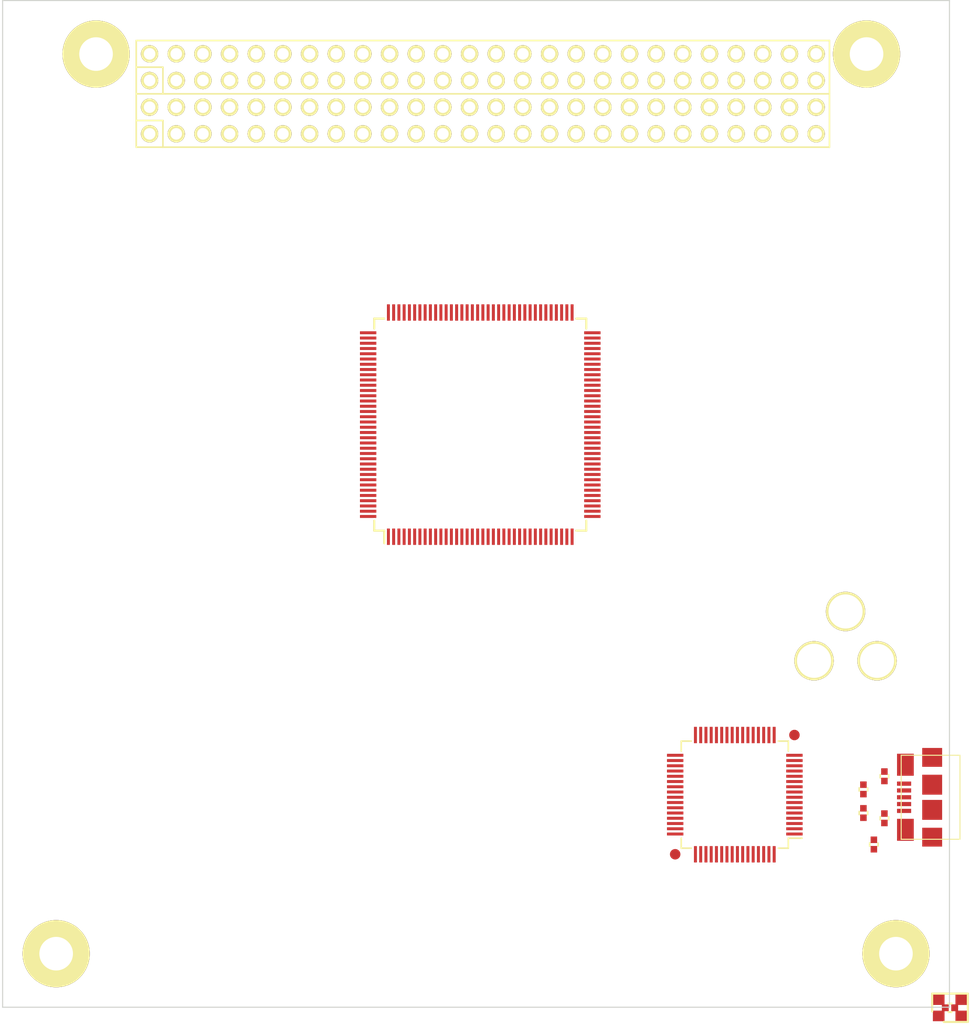
<source format=kicad_pcb>
(kicad_pcb (version 3) (host pcbnew "(2013-07-07 BZR 4022)-stable")

  (general
    (links 60)
    (no_connects 57)
    (area 99.949999 49.049999 190.250001 145.050001)
    (thickness 1.6)
    (drawings 4)
    (tracks 0)
    (zones 0)
    (modules 18)
    (nets 30)
  )

  (page A4)
  (layers
    (15 F.Cu signal)
    (0 B.Cu signal)
    (16 B.Adhes user)
    (17 F.Adhes user)
    (18 B.Paste user)
    (19 F.Paste user)
    (20 B.SilkS user)
    (21 F.SilkS user)
    (22 B.Mask user)
    (23 F.Mask user)
    (24 Dwgs.User user)
    (25 Cmts.User user)
    (26 Eco1.User user)
    (27 Eco2.User user)
    (28 Edge.Cuts user)
  )

  (setup
    (last_trace_width 0.2032)
    (trace_clearance 0.2032)
    (zone_clearance 0.508)
    (zone_45_only no)
    (trace_min 0.1524)
    (segment_width 0.2)
    (edge_width 0.1)
    (via_size 0.889)
    (via_drill 0.635)
    (via_min_size 0.889)
    (via_min_drill 0.508)
    (uvia_size 0.508)
    (uvia_drill 0.127)
    (uvias_allowed no)
    (uvia_min_size 0.508)
    (uvia_min_drill 0.127)
    (pcb_text_width 0.3)
    (pcb_text_size 1.5 1.5)
    (mod_edge_width 0.2032)
    (mod_text_size 1 1)
    (mod_text_width 0.15)
    (pad_size 0.28 1.56)
    (pad_drill 0)
    (pad_to_mask_clearance 0)
    (aux_axis_origin 0 0)
    (visible_elements 7FFFFFBF)
    (pcbplotparams
      (layerselection 3178497)
      (usegerberextensions true)
      (excludeedgelayer true)
      (linewidth 0.150000)
      (plotframeref false)
      (viasonmask false)
      (mode 1)
      (useauxorigin false)
      (hpglpennumber 1)
      (hpglpenspeed 20)
      (hpglpendiameter 15)
      (hpglpenoverlay 2)
      (psnegative false)
      (psa4output false)
      (plotreference true)
      (plotvalue true)
      (plotothertext true)
      (plotinvisibletext false)
      (padsonsilk false)
      (subtractmaskfromsilk false)
      (outputformat 1)
      (mirror false)
      (drillshape 1)
      (scaleselection 1)
      (outputdirectory ""))
  )

  (net 0 "")
  (net 1 +1.8V)
  (net 2 +3.3V)
  (net 3 +3.3VP)
  (net 4 +5VP)
  (net 5 +BATT)
  (net 6 "/CubeSat Bus/S0")
  (net 7 "/CubeSat Bus/S1")
  (net 8 "/CubeSat Bus/S2")
  (net 9 "/CubeSat Bus/S3")
  (net 10 "/CubeSat Bus/S4")
  (net 11 "/CubeSat Bus/S5")
  (net 12 "/Interface Port/CLK")
  (net 13 "/Interface Port/CS")
  (net 14 "/Interface Port/D+")
  (net 15 "/Interface Port/D-")
  (net 16 "/Interface Port/DAT")
  (net 17 "/Interface Port/OSCI")
  (net 18 "/Interface Port/OSCO")
  (net 19 "/Interface Port/PwrSav")
  (net 20 "/Interface Port/Reset")
  (net 21 "/Interface Port/Shield")
  (net 22 DGND)
  (net 23 GND)
  (net 24 N-00000103)
  (net 25 N-00000111)
  (net 26 N-00000112)
  (net 27 N-0000065)
  (net 28 N-0000067)
  (net 29 VCOM)

  (net_class Default "This is the default net class."
    (clearance 0.2032)
    (trace_width 0.2032)
    (via_dia 0.889)
    (via_drill 0.635)
    (uvia_dia 0.508)
    (uvia_drill 0.127)
    (add_net "")
    (add_net +1.8V)
    (add_net +3.3V)
    (add_net +3.3VP)
    (add_net +5VP)
    (add_net +BATT)
    (add_net "/CubeSat Bus/S0")
    (add_net "/CubeSat Bus/S1")
    (add_net "/CubeSat Bus/S2")
    (add_net "/CubeSat Bus/S3")
    (add_net "/CubeSat Bus/S4")
    (add_net "/CubeSat Bus/S5")
    (add_net "/Interface Port/CLK")
    (add_net "/Interface Port/CS")
    (add_net "/Interface Port/D+")
    (add_net "/Interface Port/D-")
    (add_net "/Interface Port/DAT")
    (add_net "/Interface Port/OSCI")
    (add_net "/Interface Port/OSCO")
    (add_net "/Interface Port/PwrSav")
    (add_net "/Interface Port/Reset")
    (add_net "/Interface Port/Shield")
    (add_net DGND)
    (add_net GND)
    (add_net N-00000103)
    (add_net N-00000111)
    (add_net N-00000112)
    (add_net N-0000065)
    (add_net N-0000067)
    (add_net VCOM)
  )

  (module CUBESAT-BUS   locked (layer F.Cu) (tedit 52FFF1DF) (tstamp 530DAE62)
    (at 100 145)
    (path /530D9DB3/530D9DF3)
    (fp_text reference H1 (at 45 1) (layer F.SilkS) hide
      (effects (font (size 1 1) (thickness 0.15)))
    )
    (fp_text value CUBESAT-BUS (at 45 -97) (layer F.SilkS) hide
      (effects (font (size 1 1) (thickness 0.15)))
    )
    (fp_line (start 13 -95.9) (end 13 -86.9) (layer Dwgs.User) (width 0.0762))
    (fp_line (start 13 -86.9) (end 0 -86.9) (layer Dwgs.User) (width 0.0762))
    (fp_line (start 90.2 -86.9) (end 79.2 -86.9) (layer Dwgs.User) (width 0.0762))
    (fp_line (start 79.2 -86.9) (end 79.2 -95.9) (layer Dwgs.User) (width 0.0762))
    (fp_line (start 81.2 0) (end 81.2 -9) (layer Dwgs.User) (width 0.0762))
    (fp_line (start 81.2 -9) (end 90.2 -9) (layer Dwgs.User) (width 0.0762))
    (fp_line (start 0 -9) (end 9 -9) (layer Dwgs.User) (width 0.0762))
    (fp_line (start 9 -9) (end 9 0) (layer Dwgs.User) (width 0.0762))
    (fp_line (start 12.73 -89.55) (end 15.27 -89.55) (layer F.SilkS) (width 0.1524))
    (fp_line (start 15.27 -89.55) (end 15.27 -87.01) (layer F.SilkS) (width 0.1524))
    (fp_line (start 12.73 -84.47) (end 15.27 -84.47) (layer F.SilkS) (width 0.1524))
    (fp_line (start 15.27 -84.47) (end 15.27 -81.93) (layer F.SilkS) (width 0.1524))
    (fp_line (start 12.73 -87.01) (end 78.77 -87.01) (layer F.SilkS) (width 0.1524))
    (fp_line (start 12.73 -81.93) (end 78.77 -81.93) (layer F.SilkS) (width 0.1524))
    (fp_line (start 78.77 -81.93) (end 78.77 -92.09) (layer F.SilkS) (width 0.1524))
    (fp_line (start 78.77 -92.09) (end 12.73 -92.09) (layer F.SilkS) (width 0.1524))
    (fp_line (start 12.73 -92.09) (end 12.73 -81.93) (layer F.SilkS) (width 0.1524))
    (fp_line (start 0 0) (end 90.2 0) (layer Dwgs.User) (width 0.0762))
    (fp_line (start 90.2 0) (end 90.2 -95.9) (layer Dwgs.User) (width 0.0762))
    (fp_line (start 90.2 -95.9) (end 0 -95.9) (layer Dwgs.User) (width 0.0762))
    (fp_line (start 0 -95.9) (end 0 0) (layer Dwgs.User) (width 0.0762))
    (pad M1 thru_hole circle (at 5.1 -5.1) (size 6.4 6.4) (drill 3.2)
      (layers *.Cu *.Mask F.SilkS)
    )
    (pad M2 thru_hole circle (at 85.1 -5.1) (size 6.4 6.4) (drill 3.2)
      (layers *.Cu *.Mask F.SilkS)
    )
    (pad M3 thru_hole circle (at 82.3 -90.8) (size 6.4 6.4) (drill 3.2)
      (layers *.Cu *.Mask F.SilkS)
    )
    (pad M4 thru_hole circle (at 8.9 -90.8) (size 6.4 6.4) (drill 3.2)
      (layers *.Cu *.Mask F.SilkS)
    )
    (pad 1.1 thru_hole circle (at 14 -83.2) (size 1.65 1.65) (drill 1.1)
      (layers *.Cu *.Mask F.SilkS)
    )
    (pad 1.2 thru_hole circle (at 14 -85.74) (size 1.65 1.65) (drill 1.1)
      (layers *.Cu *.Mask F.SilkS)
    )
    (pad 2.1 thru_hole circle (at 14 -88.28) (size 1.65 1.65) (drill 1.1)
      (layers *.Cu *.Mask F.SilkS)
    )
    (pad 1.3 thru_hole circle (at 16.54 -83.2) (size 1.65 1.65) (drill 1.1)
      (layers *.Cu *.Mask F.SilkS)
    )
    (pad 1.4 thru_hole circle (at 16.54 -85.74) (size 1.65 1.65) (drill 1.1)
      (layers *.Cu *.Mask F.SilkS)
    )
    (pad 1.5 thru_hole circle (at 19.08 -83.2) (size 1.65 1.65) (drill 1.1)
      (layers *.Cu *.Mask F.SilkS)
    )
    (pad 1.6 thru_hole circle (at 19.08 -85.74) (size 1.65 1.65) (drill 1.1)
      (layers *.Cu *.Mask F.SilkS)
    )
    (pad 1.7 thru_hole circle (at 21.62 -83.2) (size 1.65 1.65) (drill 1.1)
      (layers *.Cu *.Mask F.SilkS)
    )
    (pad 1.8 thru_hole circle (at 21.62 -85.74) (size 1.65 1.65) (drill 1.1)
      (layers *.Cu *.Mask F.SilkS)
    )
    (pad 1.9 thru_hole circle (at 24.16 -83.2) (size 1.65 1.65) (drill 1.1)
      (layers *.Cu *.Mask F.SilkS)
    )
    (pad 1.10 thru_hole circle (at 24.16 -85.74) (size 1.65 1.65) (drill 1.1)
      (layers *.Cu *.Mask F.SilkS)
    )
    (pad 1.11 thru_hole circle (at 26.7 -83.2) (size 1.65 1.65) (drill 1.1)
      (layers *.Cu *.Mask F.SilkS)
    )
    (pad 1.12 thru_hole circle (at 26.7 -85.74) (size 1.65 1.65) (drill 1.1)
      (layers *.Cu *.Mask F.SilkS)
    )
    (pad 1.13 thru_hole circle (at 29.24 -83.2) (size 1.65 1.65) (drill 1.1)
      (layers *.Cu *.Mask F.SilkS)
    )
    (pad 1.14 thru_hole circle (at 29.24 -85.74) (size 1.65 1.65) (drill 1.1)
      (layers *.Cu *.Mask F.SilkS)
    )
    (pad 1.15 thru_hole circle (at 31.78 -83.2) (size 1.65 1.65) (drill 1.1)
      (layers *.Cu *.Mask F.SilkS)
    )
    (pad 1.16 thru_hole circle (at 31.78 -85.74) (size 1.65 1.65) (drill 1.1)
      (layers *.Cu *.Mask F.SilkS)
    )
    (pad 1.17 thru_hole circle (at 34.32 -83.2) (size 1.65 1.65) (drill 1.1)
      (layers *.Cu *.Mask F.SilkS)
    )
    (pad 1.18 thru_hole circle (at 34.32 -85.74) (size 1.65 1.65) (drill 1.1)
      (layers *.Cu *.Mask F.SilkS)
    )
    (pad 1.19 thru_hole circle (at 36.86 -83.2) (size 1.65 1.65) (drill 1.1)
      (layers *.Cu *.Mask F.SilkS)
    )
    (pad 1.20 thru_hole circle (at 36.86 -85.74) (size 1.65 1.65) (drill 1.1)
      (layers *.Cu *.Mask F.SilkS)
    )
    (pad 1.21 thru_hole circle (at 39.4 -83.2) (size 1.65 1.65) (drill 1.1)
      (layers *.Cu *.Mask F.SilkS)
    )
    (pad 1.22 thru_hole circle (at 39.4 -85.74) (size 1.65 1.65) (drill 1.1)
      (layers *.Cu *.Mask F.SilkS)
    )
    (pad 1.23 thru_hole circle (at 41.94 -83.2) (size 1.65 1.65) (drill 1.1)
      (layers *.Cu *.Mask F.SilkS)
    )
    (pad 1.24 thru_hole circle (at 41.94 -85.74) (size 1.65 1.65) (drill 1.1)
      (layers *.Cu *.Mask F.SilkS)
    )
    (pad 1.25 thru_hole circle (at 44.48 -83.2) (size 1.65 1.65) (drill 1.1)
      (layers *.Cu *.Mask F.SilkS)
    )
    (pad 1.26 thru_hole circle (at 44.48 -85.74) (size 1.65 1.65) (drill 1.1)
      (layers *.Cu *.Mask F.SilkS)
    )
    (pad 1.27 thru_hole circle (at 47.02 -83.2) (size 1.65 1.65) (drill 1.1)
      (layers *.Cu *.Mask F.SilkS)
    )
    (pad 1.28 thru_hole circle (at 47.02 -85.74) (size 1.65 1.65) (drill 1.1)
      (layers *.Cu *.Mask F.SilkS)
    )
    (pad 1.29 thru_hole circle (at 49.56 -83.2) (size 1.65 1.65) (drill 1.1)
      (layers *.Cu *.Mask F.SilkS)
    )
    (pad 1.30 thru_hole circle (at 49.56 -85.74) (size 1.65 1.65) (drill 1.1)
      (layers *.Cu *.Mask F.SilkS)
    )
    (pad 1.31 thru_hole circle (at 52.1 -83.2) (size 1.65 1.65) (drill 1.1)
      (layers *.Cu *.Mask F.SilkS)
    )
    (pad 1.32 thru_hole circle (at 52.1 -85.74) (size 1.65 1.65) (drill 1.1)
      (layers *.Cu *.Mask F.SilkS)
      (net 29 VCOM)
    )
    (pad 1.33 thru_hole circle (at 54.64 -83.2) (size 1.65 1.65) (drill 1.1)
      (layers *.Cu *.Mask F.SilkS)
    )
    (pad 1.34 thru_hole circle (at 54.64 -85.74) (size 1.65 1.65) (drill 1.1)
      (layers *.Cu *.Mask F.SilkS)
    )
    (pad 1.35 thru_hole circle (at 57.18 -83.2) (size 1.65 1.65) (drill 1.1)
      (layers *.Cu *.Mask F.SilkS)
    )
    (pad 1.36 thru_hole circle (at 57.18 -85.74) (size 1.65 1.65) (drill 1.1)
      (layers *.Cu *.Mask F.SilkS)
    )
    (pad 1.37 thru_hole circle (at 59.72 -83.2) (size 1.65 1.65) (drill 1.1)
      (layers *.Cu *.Mask F.SilkS)
    )
    (pad 1.38 thru_hole circle (at 59.72 -85.74) (size 1.65 1.65) (drill 1.1)
      (layers *.Cu *.Mask F.SilkS)
    )
    (pad 1.39 thru_hole circle (at 62.26 -83.2) (size 1.65 1.65) (drill 1.1)
      (layers *.Cu *.Mask F.SilkS)
    )
    (pad 1.40 thru_hole circle (at 62.26 -85.74) (size 1.65 1.65) (drill 1.1)
      (layers *.Cu *.Mask F.SilkS)
    )
    (pad 1.41 thru_hole circle (at 64.8 -83.2) (size 1.65 1.65) (drill 1.1)
      (layers *.Cu *.Mask F.SilkS)
    )
    (pad 1.42 thru_hole circle (at 64.8 -85.74) (size 1.65 1.65) (drill 1.1)
      (layers *.Cu *.Mask F.SilkS)
    )
    (pad 1.43 thru_hole circle (at 67.34 -83.2) (size 1.65 1.65) (drill 1.1)
      (layers *.Cu *.Mask F.SilkS)
    )
    (pad 1.44 thru_hole circle (at 67.34 -85.74) (size 1.65 1.65) (drill 1.1)
      (layers *.Cu *.Mask F.SilkS)
    )
    (pad 1.45 thru_hole circle (at 69.88 -83.2) (size 1.65 1.65) (drill 1.1)
      (layers *.Cu *.Mask F.SilkS)
    )
    (pad 1.46 thru_hole circle (at 69.88 -85.74) (size 1.65 1.65) (drill 1.1)
      (layers *.Cu *.Mask F.SilkS)
    )
    (pad 1.47 thru_hole circle (at 72.42 -83.2) (size 1.65 1.65) (drill 1.1)
      (layers *.Cu *.Mask F.SilkS)
    )
    (pad 1.48 thru_hole circle (at 72.42 -85.74) (size 1.65 1.65) (drill 1.1)
      (layers *.Cu *.Mask F.SilkS)
    )
    (pad 1.49 thru_hole circle (at 74.96 -83.2) (size 1.65 1.65) (drill 1.1)
      (layers *.Cu *.Mask F.SilkS)
    )
    (pad 1.50 thru_hole circle (at 74.96 -85.74) (size 1.65 1.65) (drill 1.1)
      (layers *.Cu *.Mask F.SilkS)
    )
    (pad 1.51 thru_hole circle (at 77.5 -83.2) (size 1.65 1.65) (drill 1.1)
      (layers *.Cu *.Mask F.SilkS)
    )
    (pad 1.52 thru_hole circle (at 77.5 -85.74) (size 1.65 1.65) (drill 1.1)
      (layers *.Cu *.Mask F.SilkS)
    )
    (pad 2.2 thru_hole circle (at 14 -90.82) (size 1.65 1.65) (drill 1.1)
      (layers *.Cu *.Mask F.SilkS)
    )
    (pad 2.3 thru_hole circle (at 16.54 -88.28) (size 1.65 1.65) (drill 1.1)
      (layers *.Cu *.Mask F.SilkS)
    )
    (pad 2.4 thru_hole circle (at 16.54 -90.82) (size 1.65 1.65) (drill 1.1)
      (layers *.Cu *.Mask F.SilkS)
    )
    (pad 2.5 thru_hole circle (at 19.08 -88.28) (size 1.65 1.65) (drill 1.1)
      (layers *.Cu *.Mask F.SilkS)
    )
    (pad 2.6 thru_hole circle (at 19.08 -90.82) (size 1.65 1.65) (drill 1.1)
      (layers *.Cu *.Mask F.SilkS)
    )
    (pad 2.7 thru_hole circle (at 21.62 -88.28) (size 1.65 1.65) (drill 1.1)
      (layers *.Cu *.Mask F.SilkS)
    )
    (pad 2.8 thru_hole circle (at 21.62 -90.82) (size 1.65 1.65) (drill 1.1)
      (layers *.Cu *.Mask F.SilkS)
    )
    (pad 2.9 thru_hole circle (at 24.16 -88.28) (size 1.65 1.65) (drill 1.1)
      (layers *.Cu *.Mask F.SilkS)
    )
    (pad 2.10 thru_hole circle (at 24.16 -90.82) (size 1.65 1.65) (drill 1.1)
      (layers *.Cu *.Mask F.SilkS)
    )
    (pad 2.11 thru_hole circle (at 26.7 -88.28) (size 1.65 1.65) (drill 1.1)
      (layers *.Cu *.Mask F.SilkS)
    )
    (pad 2.12 thru_hole circle (at 26.7 -90.82) (size 1.65 1.65) (drill 1.1)
      (layers *.Cu *.Mask F.SilkS)
    )
    (pad 2.13 thru_hole circle (at 29.24 -88.28) (size 1.65 1.65) (drill 1.1)
      (layers *.Cu *.Mask F.SilkS)
    )
    (pad 2.14 thru_hole circle (at 29.24 -90.82) (size 1.65 1.65) (drill 1.1)
      (layers *.Cu *.Mask F.SilkS)
    )
    (pad 2.15 thru_hole circle (at 31.78 -88.28) (size 1.65 1.65) (drill 1.1)
      (layers *.Cu *.Mask F.SilkS)
    )
    (pad 2.16 thru_hole circle (at 31.78 -90.82) (size 1.65 1.65) (drill 1.1)
      (layers *.Cu *.Mask F.SilkS)
    )
    (pad 2.17 thru_hole circle (at 34.32 -88.28) (size 1.65 1.65) (drill 1.1)
      (layers *.Cu *.Mask F.SilkS)
    )
    (pad 2.18 thru_hole circle (at 34.32 -90.82) (size 1.65 1.65) (drill 1.1)
      (layers *.Cu *.Mask F.SilkS)
    )
    (pad 2.19 thru_hole circle (at 36.86 -88.28) (size 1.65 1.65) (drill 1.1)
      (layers *.Cu *.Mask F.SilkS)
    )
    (pad 2.20 thru_hole circle (at 36.86 -90.82) (size 1.65 1.65) (drill 1.1)
      (layers *.Cu *.Mask F.SilkS)
    )
    (pad 2.21 thru_hole circle (at 39.4 -88.28) (size 1.65 1.65) (drill 1.1)
      (layers *.Cu *.Mask F.SilkS)
    )
    (pad 2.22 thru_hole circle (at 39.4 -90.82) (size 1.65 1.65) (drill 1.1)
      (layers *.Cu *.Mask F.SilkS)
    )
    (pad 2.23 thru_hole circle (at 41.94 -88.28) (size 1.65 1.65) (drill 1.1)
      (layers *.Cu *.Mask F.SilkS)
    )
    (pad 2.24 thru_hole circle (at 41.94 -90.82) (size 1.65 1.65) (drill 1.1)
      (layers *.Cu *.Mask F.SilkS)
    )
    (pad 2.25 thru_hole circle (at 44.48 -88.28) (size 1.65 1.65) (drill 1.1)
      (layers *.Cu *.Mask F.SilkS)
      (net 4 +5VP)
    )
    (pad 2.26 thru_hole circle (at 44.48 -90.82) (size 1.65 1.65) (drill 1.1)
      (layers *.Cu *.Mask F.SilkS)
      (net 4 +5VP)
    )
    (pad 2.27 thru_hole circle (at 47.02 -88.28) (size 1.65 1.65) (drill 1.1)
      (layers *.Cu *.Mask F.SilkS)
      (net 3 +3.3VP)
    )
    (pad 2.28 thru_hole circle (at 47.02 -90.82) (size 1.65 1.65) (drill 1.1)
      (layers *.Cu *.Mask F.SilkS)
      (net 3 +3.3VP)
    )
    (pad 2.29 thru_hole circle (at 49.56 -88.28) (size 1.65 1.65) (drill 1.1)
      (layers *.Cu *.Mask F.SilkS)
      (net 22 DGND)
    )
    (pad 2.30 thru_hole circle (at 49.56 -90.82) (size 1.65 1.65) (drill 1.1)
      (layers *.Cu *.Mask F.SilkS)
      (net 22 DGND)
    )
    (pad 2.31 thru_hole circle (at 52.1 -88.28) (size 1.65 1.65) (drill 1.1)
      (layers *.Cu *.Mask F.SilkS)
    )
    (pad 2.32 thru_hole circle (at 52.1 -90.82) (size 1.65 1.65) (drill 1.1)
      (layers *.Cu *.Mask F.SilkS)
      (net 22 DGND)
    )
    (pad 2.33 thru_hole circle (at 54.64 -88.28) (size 1.65 1.65) (drill 1.1)
      (layers *.Cu *.Mask F.SilkS)
      (net 6 "/CubeSat Bus/S0")
    )
    (pad 2.34 thru_hole circle (at 54.64 -90.82) (size 1.65 1.65) (drill 1.1)
      (layers *.Cu *.Mask F.SilkS)
      (net 6 "/CubeSat Bus/S0")
    )
    (pad 2.35 thru_hole circle (at 57.18 -88.28) (size 1.65 1.65) (drill 1.1)
      (layers *.Cu *.Mask F.SilkS)
      (net 7 "/CubeSat Bus/S1")
    )
    (pad 2.36 thru_hole circle (at 57.18 -90.82) (size 1.65 1.65) (drill 1.1)
      (layers *.Cu *.Mask F.SilkS)
      (net 7 "/CubeSat Bus/S1")
    )
    (pad 2.37 thru_hole circle (at 59.72 -88.28) (size 1.65 1.65) (drill 1.1)
      (layers *.Cu *.Mask F.SilkS)
      (net 8 "/CubeSat Bus/S2")
    )
    (pad 2.38 thru_hole circle (at 59.72 -90.82) (size 1.65 1.65) (drill 1.1)
      (layers *.Cu *.Mask F.SilkS)
      (net 8 "/CubeSat Bus/S2")
    )
    (pad 2.39 thru_hole circle (at 62.26 -88.28) (size 1.65 1.65) (drill 1.1)
      (layers *.Cu *.Mask F.SilkS)
      (net 9 "/CubeSat Bus/S3")
    )
    (pad 2.40 thru_hole circle (at 62.26 -90.82) (size 1.65 1.65) (drill 1.1)
      (layers *.Cu *.Mask F.SilkS)
      (net 9 "/CubeSat Bus/S3")
    )
    (pad 2.41 thru_hole circle (at 64.8 -88.28) (size 1.65 1.65) (drill 1.1)
      (layers *.Cu *.Mask F.SilkS)
      (net 10 "/CubeSat Bus/S4")
    )
    (pad 2.42 thru_hole circle (at 64.8 -90.82) (size 1.65 1.65) (drill 1.1)
      (layers *.Cu *.Mask F.SilkS)
      (net 10 "/CubeSat Bus/S4")
    )
    (pad 2.43 thru_hole circle (at 67.34 -88.28) (size 1.65 1.65) (drill 1.1)
      (layers *.Cu *.Mask F.SilkS)
      (net 11 "/CubeSat Bus/S5")
    )
    (pad 2.44 thru_hole circle (at 67.34 -90.82) (size 1.65 1.65) (drill 1.1)
      (layers *.Cu *.Mask F.SilkS)
      (net 11 "/CubeSat Bus/S5")
    )
    (pad 2.45 thru_hole circle (at 69.88 -88.28) (size 1.65 1.65) (drill 1.1)
      (layers *.Cu *.Mask F.SilkS)
      (net 5 +BATT)
    )
    (pad 2.46 thru_hole circle (at 69.88 -90.82) (size 1.65 1.65) (drill 1.1)
      (layers *.Cu *.Mask F.SilkS)
      (net 5 +BATT)
    )
    (pad 2.47 thru_hole circle (at 72.42 -88.28) (size 1.65 1.65) (drill 1.1)
      (layers *.Cu *.Mask F.SilkS)
    )
    (pad 2.48 thru_hole circle (at 72.42 -90.82) (size 1.65 1.65) (drill 1.1)
      (layers *.Cu *.Mask F.SilkS)
    )
    (pad 2.49 thru_hole circle (at 74.96 -88.28) (size 1.65 1.65) (drill 1.1)
      (layers *.Cu *.Mask F.SilkS)
    )
    (pad 2.50 thru_hole circle (at 74.96 -90.82) (size 1.65 1.65) (drill 1.1)
      (layers *.Cu *.Mask F.SilkS)
    )
    (pad 2.51 thru_hole circle (at 77.5 -88.28) (size 1.65 1.65) (drill 1.1)
      (layers *.Cu *.Mask F.SilkS)
    )
    (pad 2.52 thru_hole circle (at 77.5 -90.82) (size 1.65 1.65) (drill 1.1)
      (layers *.Cu *.Mask F.SilkS)
    )
    (model 3D/Misc/CubeSat-Bus.wrl
      (at (xyz 0 0 0))
      (scale (xyz 1 1 1))
      (rotate (xyz 0 0 0))
    )
  )

  (module CONN-USB-MICRO-B-FCI (layer F.Cu) (tedit 530ECB95) (tstamp 530EEB53)
    (at 190 125 90)
    (descr "FCI 10118192-0001LF")
    (tags USB)
    (path /530DB905/530E725A)
    (fp_text reference J2 (at 0 -5.842 90) (layer F.SilkS) hide
      (effects (font (size 0.762 0.762) (thickness 0.127)))
    )
    (fp_text value USB (at -0.05 2.09 90) (layer F.SilkS) hide
      (effects (font (size 0.762 0.762) (thickness 0.127)))
    )
    (fp_line (start -4.95 -5.05) (end 4.95 -5.05) (layer Eco1.User) (width 0.0762))
    (fp_line (start 4.95 -5.05) (end 4.95 1.45) (layer Eco1.User) (width 0.0762))
    (fp_line (start 4.95 1.45) (end -4.95 1.45) (layer Eco1.User) (width 0.0762))
    (fp_line (start -4.95 1.45) (end -4.95 -5.05) (layer Eco1.User) (width 0.0762))
    (fp_line (start -4.0005 1.00076) (end -4.0005 1.19888) (layer F.SilkS) (width 0.09906))
    (fp_line (start 4.0005 1.00076) (end 4.0005 1.19888) (layer F.SilkS) (width 0.09906))
    (fp_line (start -4.0005 -4.39928) (end 4.0005 -4.39928) (layer F.SilkS) (width 0.09906))
    (fp_line (start 4.0005 -4.39928) (end 4.0005 1.00076) (layer F.SilkS) (width 0.09906))
    (fp_line (start 4.0005 1.19888) (end -4.0005 1.19888) (layer F.SilkS) (width 0.09906))
    (fp_line (start -4.0005 1.00076) (end -4.0005 -4.39928) (layer F.SilkS) (width 0.09906))
    (pad S smd rect (at -1.19888 -1.4478 90) (size 1.89738 1.89738)
      (layers F.Cu F.Paste F.Mask)
      (net 21 "/Interface Port/Shield")
    )
    (pad S smd rect (at 1.19888 -1.4478 90) (size 1.89992 1.89738)
      (layers F.Cu F.Paste F.Mask)
      (net 21 "/Interface Port/Shield")
    )
    (pad S smd rect (at 3.79984 -1.4478 90) (size 1.79578 1.89738)
      (layers F.Cu F.Paste F.Mask)
      (net 21 "/Interface Port/Shield")
    )
    (pad S smd rect (at -3.0988 -3.99796 90) (size 2.0955 1.59766)
      (layers F.Cu F.Paste F.Mask)
      (net 21 "/Interface Port/Shield")
    )
    (pad 1 smd rect (at -1.29794 -4.12496 90) (size 0.39878 1.3462)
      (layers F.Cu F.Paste F.Mask)
      (net 24 N-00000103)
      (clearance 0.2032)
    )
    (pad 2 smd rect (at -0.6477 -4.12496 90) (size 0.39878 1.3462)
      (layers F.Cu F.Paste F.Mask)
      (net 15 "/Interface Port/D-")
      (clearance 0.2032)
    )
    (pad 3 smd rect (at 0 -4.12496 90) (size 0.39878 1.3462)
      (layers F.Cu F.Paste F.Mask)
      (net 14 "/Interface Port/D+")
      (clearance 0.2032)
    )
    (pad 4 smd rect (at 0.6477 -4.12496 90) (size 0.39878 1.3462)
      (layers F.Cu F.Paste F.Mask)
      (clearance 0.2032)
    )
    (pad 5 smd rect (at 1.29794 -4.12496 90) (size 0.39878 1.3462)
      (layers F.Cu F.Paste F.Mask)
      (net 23 GND)
      (clearance 0.2032)
    )
    (pad S smd rect (at 3.0988 -3.99796 90) (size 2.0955 1.59766)
      (layers F.Cu F.Paste F.Mask)
      (net 21 "/Interface Port/Shield")
    )
    (pad S smd rect (at -3.79984 -1.4478 90) (size 1.79578 1.89738)
      (layers F.Cu F.Paste F.Mask)
      (net 21 "/Interface Port/Shield")
    )
    (model 3D/Connectors/CONN-USB-MICRO-B-FCI.wrl
      (at (xyz 0 0 0))
      (scale (xyz 0.393701 0.393701 0.393701))
      (rotate (xyz 0 0 0))
    )
  )

  (module CONN-DC-CUI-202 (layer F.Cu) (tedit 530EC22B) (tstamp 530EEB62)
    (at 191 112 270)
    (descr "DC Barrel Jack, 5.5x2.1 mm")
    (path /530DB905/530E64D8)
    (fp_text reference J1 (at 5.5 7.25 360) (layer F.SilkS) hide
      (effects (font (size 1 1) (thickness 0.15)))
    )
    (fp_text value CONN-DC (at 0 1 270) (layer F.SilkS) hide
      (effects (font (size 1 1) (thickness 0.15)))
    )
    (fp_line (start 4.75 -0.25) (end 4.75 15.85) (layer Eco1.User) (width 0.0762))
    (fp_line (start 4.75 15.85) (end -6.85 15.85) (layer Eco1.User) (width 0.0762))
    (fp_line (start -6.85 15.85) (end -6.85 -0.25) (layer Eco1.User) (width 0.0762))
    (fp_line (start -6.85 -0.25) (end 4.75 -0.25) (layer Eco1.User) (width 0.0762))
    (fp_line (start -4.5 0) (end -4.5 14.5) (layer Dwgs.User) (width 0.0762))
    (fp_line (start -4.5 14.5) (end 4.5 14.5) (layer Dwgs.User) (width 0.0762))
    (fp_line (start 4.5 14.5) (end 4.5 0) (layer Dwgs.User) (width 0.0762))
    (fp_line (start 4.5 0) (end -4.5 0) (layer Dwgs.User) (width 0.0762))
    (pad 1 thru_hole circle (at 0 13.7 270) (size 3.75 3.75) (drill 3.25)
      (layers *.Cu *.Mask F.SilkS)
    )
    (pad 2 thru_hole circle (at 0 7.7 270) (size 3.75 3.75) (drill 3.25)
      (layers *.Cu *.Mask F.SilkS)
    )
    (pad 3 thru_hole circle (at -4.7 10.7 270) (size 3.75 3.75) (drill 3.25)
      (layers *.Cu *.Mask F.SilkS)
    )
    (model 3D/Connectors/CONN-DC-CUI-202.wrl
      (at (xyz 0 0 0))
      (scale (xyz 0.393701 0.393701 0.393701))
      (rotate (xyz 0 0 0))
    )
  )

  (module RESC1005-N (layer F.Cu) (tedit 525A4DB7) (tstamp 530EED21)
    (at 183 129.5 90)
    (path /530DB905/530EE15E)
    (fp_text reference TH1 (at 0 -1.5 90) (layer F.SilkS) hide
      (effects (font (size 1.27 0.762) (thickness 0.1524)))
    )
    (fp_text value PTC (at 0 1.5 90) (layer F.SilkS) hide
      (effects (font (size 1.27 0.762) (thickness 0.1524)))
    )
    (fp_line (start 0.15 0.4) (end -0.15 0.4) (layer F.SilkS) (width 0.1524))
    (fp_line (start -0.15 -0.4) (end 0.15 -0.4) (layer F.SilkS) (width 0.1524))
    (fp_line (start 0.2 0.25) (end 0.2 -0.25) (layer Dwgs.User) (width 0.0762))
    (fp_line (start -0.2 -0.25) (end -0.2 0.25) (layer Dwgs.User) (width 0.0762))
    (fp_line (start -0.5 -0.25) (end 0.5 -0.25) (layer Dwgs.User) (width 0.0762))
    (fp_line (start 0.5 -0.25) (end 0.5 0.25) (layer Dwgs.User) (width 0.0762))
    (fp_line (start 0.5 0.25) (end -0.5 0.25) (layer Dwgs.User) (width 0.0762))
    (fp_line (start -0.5 0.25) (end -0.5 -0.25) (layer Dwgs.User) (width 0.0762))
    (fp_line (start -0.95 -0.5) (end -0.95 0.5) (layer Eco1.User) (width 0.0762))
    (fp_line (start -0.95 0.5) (end 0.95 0.5) (layer Eco1.User) (width 0.0762))
    (fp_line (start 0.95 0.5) (end 0.95 -0.5) (layer Eco1.User) (width 0.0762))
    (fp_line (start 0.95 -0.5) (end -0.95 -0.5) (layer Eco1.User) (width 0.0762))
    (pad 1 smd rect (at -0.45 0 90) (size 0.62 0.62)
      (layers F.Cu F.Paste F.Mask)
      (net 29 VCOM)
    )
    (pad 2 smd rect (at 0.45 0 90) (size 0.62 0.62)
      (layers F.Cu F.Paste F.Mask)
      (net 24 N-00000103)
    )
    (model 3D/Passive/RESC1005.wrl
      (at (xyz 0 0 0))
      (scale (xyz 0.393701 0.393701 0.393701))
      (rotate (xyz 0 0 0))
    )
  )

  (module RESC1005-N (layer F.Cu) (tedit 525A4DB7) (tstamp 530EED33)
    (at 184 127 90)
    (path /530DB905/530EE940)
    (fp_text reference R1 (at 0 -1.5 90) (layer F.SilkS) hide
      (effects (font (size 1.27 0.762) (thickness 0.1524)))
    )
    (fp_text value MOV (at 0 1.5 90) (layer F.SilkS) hide
      (effects (font (size 1.27 0.762) (thickness 0.1524)))
    )
    (fp_line (start 0.15 0.4) (end -0.15 0.4) (layer F.SilkS) (width 0.1524))
    (fp_line (start -0.15 -0.4) (end 0.15 -0.4) (layer F.SilkS) (width 0.1524))
    (fp_line (start 0.2 0.25) (end 0.2 -0.25) (layer Dwgs.User) (width 0.0762))
    (fp_line (start -0.2 -0.25) (end -0.2 0.25) (layer Dwgs.User) (width 0.0762))
    (fp_line (start -0.5 -0.25) (end 0.5 -0.25) (layer Dwgs.User) (width 0.0762))
    (fp_line (start 0.5 -0.25) (end 0.5 0.25) (layer Dwgs.User) (width 0.0762))
    (fp_line (start 0.5 0.25) (end -0.5 0.25) (layer Dwgs.User) (width 0.0762))
    (fp_line (start -0.5 0.25) (end -0.5 -0.25) (layer Dwgs.User) (width 0.0762))
    (fp_line (start -0.95 -0.5) (end -0.95 0.5) (layer Eco1.User) (width 0.0762))
    (fp_line (start -0.95 0.5) (end 0.95 0.5) (layer Eco1.User) (width 0.0762))
    (fp_line (start 0.95 0.5) (end 0.95 -0.5) (layer Eco1.User) (width 0.0762))
    (fp_line (start 0.95 -0.5) (end -0.95 -0.5) (layer Eco1.User) (width 0.0762))
    (pad 1 smd rect (at -0.45 0 90) (size 0.62 0.62)
      (layers F.Cu F.Paste F.Mask)
      (net 21 "/Interface Port/Shield")
    )
    (pad 2 smd rect (at 0.45 0 90) (size 0.62 0.62)
      (layers F.Cu F.Paste F.Mask)
      (net 24 N-00000103)
    )
    (model 3D/Passive/RESC1005.wrl
      (at (xyz 0 0 0))
      (scale (xyz 0.393701 0.393701 0.393701))
      (rotate (xyz 0 0 0))
    )
  )

  (module RESC1005-N (layer F.Cu) (tedit 525A4DB7) (tstamp 530EED45)
    (at 184 123 270)
    (path /530DB905/530EE985)
    (fp_text reference R2 (at 0 -1.5 270) (layer F.SilkS) hide
      (effects (font (size 1.27 0.762) (thickness 0.1524)))
    )
    (fp_text value MOV (at 0 1.5 270) (layer F.SilkS) hide
      (effects (font (size 1.27 0.762) (thickness 0.1524)))
    )
    (fp_line (start 0.15 0.4) (end -0.15 0.4) (layer F.SilkS) (width 0.1524))
    (fp_line (start -0.15 -0.4) (end 0.15 -0.4) (layer F.SilkS) (width 0.1524))
    (fp_line (start 0.2 0.25) (end 0.2 -0.25) (layer Dwgs.User) (width 0.0762))
    (fp_line (start -0.2 -0.25) (end -0.2 0.25) (layer Dwgs.User) (width 0.0762))
    (fp_line (start -0.5 -0.25) (end 0.5 -0.25) (layer Dwgs.User) (width 0.0762))
    (fp_line (start 0.5 -0.25) (end 0.5 0.25) (layer Dwgs.User) (width 0.0762))
    (fp_line (start 0.5 0.25) (end -0.5 0.25) (layer Dwgs.User) (width 0.0762))
    (fp_line (start -0.5 0.25) (end -0.5 -0.25) (layer Dwgs.User) (width 0.0762))
    (fp_line (start -0.95 -0.5) (end -0.95 0.5) (layer Eco1.User) (width 0.0762))
    (fp_line (start -0.95 0.5) (end 0.95 0.5) (layer Eco1.User) (width 0.0762))
    (fp_line (start 0.95 0.5) (end 0.95 -0.5) (layer Eco1.User) (width 0.0762))
    (fp_line (start 0.95 -0.5) (end -0.95 -0.5) (layer Eco1.User) (width 0.0762))
    (pad 1 smd rect (at -0.45 0 270) (size 0.62 0.62)
      (layers F.Cu F.Paste F.Mask)
      (net 21 "/Interface Port/Shield")
    )
    (pad 2 smd rect (at 0.45 0 270) (size 0.62 0.62)
      (layers F.Cu F.Paste F.Mask)
      (net 23 GND)
    )
    (model 3D/Passive/RESC1005.wrl
      (at (xyz 0 0 0))
      (scale (xyz 0.393701 0.393701 0.393701))
      (rotate (xyz 0 0 0))
    )
  )

  (module QFP50P1200X1200-64N (layer F.Cu) (tedit 5300F51E) (tstamp 530EED9D)
    (at 169.75 124.75 90)
    (path /530DB905/530EDAE6)
    (fp_text reference U1 (at 0 -1 90) (layer F.SilkS) hide
      (effects (font (size 1 1) (thickness 0.15)))
    )
    (fp_text value FT2232H (at 0 1 90) (layer F.SilkS) hide
      (effects (font (size 1 1) (thickness 0.15)))
    )
    (fp_line (start -5.1 5.1) (end -4.15 5.1) (layer F.SilkS) (width 0.1524))
    (fp_line (start -4.15 5.1) (end -4.15 6.4) (layer F.SilkS) (width 0.1524))
    (fp_line (start -5.1 4.15) (end -5.1 5.1) (layer F.SilkS) (width 0.1524))
    (fp_line (start 5.1 4.15) (end 5.1 5.1) (layer F.SilkS) (width 0.1524))
    (fp_line (start 5.1 5.1) (end 4.15 5.1) (layer F.SilkS) (width 0.1524))
    (fp_line (start -4.15 -5.1) (end -5.1 -5.1) (layer F.SilkS) (width 0.1524))
    (fp_line (start -5.1 -5.1) (end -5.1 -4.15) (layer F.SilkS) (width 0.1524))
    (fp_line (start 4.15 -5.1) (end 5.1 -5.1) (layer F.SilkS) (width 0.1524))
    (fp_line (start 5.1 -5.1) (end 5.1 -4.15) (layer F.SilkS) (width 0.1524))
    (fp_line (start -6.71 -6.71) (end 6.71 -6.71) (layer Eco1.User) (width 0.0762))
    (fp_line (start 6.71 -6.71) (end 6.71 6.71) (layer Eco1.User) (width 0.0762))
    (fp_line (start 6.71 6.71) (end -6.71 6.71) (layer Eco1.User) (width 0.0762))
    (fp_line (start -6.71 6.71) (end -6.71 -6.71) (layer Eco1.User) (width 0.0762))
    (fp_line (start -5 4.5) (end -4.5 5) (layer Dwgs.User) (width 0.0762))
    (fp_line (start -4.5 5) (end 5 5) (layer Dwgs.User) (width 0.0762))
    (fp_line (start 5 5) (end 5 -5) (layer Dwgs.User) (width 0.0762))
    (fp_line (start 5 -5) (end -5 -5) (layer Dwgs.User) (width 0.0762))
    (fp_line (start -5 -5) (end -5 4.5) (layer Dwgs.User) (width 0.0762))
    (pad 1 smd rect (at -3.75 5.68 90) (size 0.28 1.56)
      (layers F.Cu F.Paste F.Mask)
      (net 23 GND)
    )
    (pad 2 smd rect (at -3.25 5.68 90) (size 0.28 1.56)
      (layers F.Cu F.Paste F.Mask)
      (net 17 "/Interface Port/OSCI")
    )
    (pad 3 smd rect (at -2.75 5.68 90) (size 0.28 1.56)
      (layers F.Cu F.Paste F.Mask)
      (net 18 "/Interface Port/OSCO")
    )
    (pad 4 smd rect (at -2.25 5.68 90) (size 0.28 1.56)
      (layers F.Cu F.Paste F.Mask)
      (net 28 N-0000067)
    )
    (pad 5 smd rect (at -1.75 5.68 90) (size 0.28 1.56)
      (layers F.Cu F.Paste F.Mask)
      (net 23 GND)
    )
    (pad 6 smd rect (at -1.25 5.68 90) (size 0.28 1.56)
      (layers F.Cu F.Paste F.Mask)
      (net 26 N-00000112)
    )
    (pad 7 smd rect (at -0.75 5.68 90) (size 0.28 1.56)
      (layers F.Cu F.Paste F.Mask)
      (net 15 "/Interface Port/D-")
    )
    (pad 8 smd rect (at -0.25 5.68 90) (size 0.28 1.56)
      (layers F.Cu F.Paste F.Mask)
      (net 14 "/Interface Port/D+")
    )
    (pad 9 smd rect (at 0.25 5.68 90) (size 0.28 1.56)
      (layers F.Cu F.Paste F.Mask)
      (net 27 N-0000065)
    )
    (pad 10 smd rect (at 0.75 5.68 90) (size 0.28 1.56)
      (layers F.Cu F.Paste F.Mask)
      (net 23 GND)
    )
    (pad 11 smd rect (at 1.25 5.68 90) (size 0.28 1.56)
      (layers F.Cu F.Paste F.Mask)
      (net 23 GND)
    )
    (pad 12 smd rect (at 1.75 5.68 90) (size 0.28 1.56)
      (layers F.Cu F.Paste F.Mask)
      (net 1 +1.8V)
    )
    (pad 13 smd rect (at 2.25 5.68 90) (size 0.28 1.56)
      (layers F.Cu F.Paste F.Mask)
      (net 23 GND)
    )
    (pad 14 smd rect (at 2.75 5.68 90) (size 0.28 1.56)
      (layers F.Cu F.Paste F.Mask)
      (net 20 "/Interface Port/Reset")
    )
    (pad 15 smd rect (at 3.25 5.68 90) (size 0.28 1.56)
      (layers F.Cu F.Paste F.Mask)
      (net 23 GND)
    )
    (pad 16 smd rect (at 3.75 5.68 90) (size 0.28 1.56)
      (layers F.Cu F.Paste F.Mask)
    )
    (pad 17 smd rect (at 5.68 3.75 180) (size 0.28 1.56)
      (layers F.Cu F.Paste F.Mask)
    )
    (pad 18 smd rect (at 5.68 3.25 180) (size 0.28 1.56)
      (layers F.Cu F.Paste F.Mask)
    )
    (pad 19 smd rect (at 5.68 2.75 180) (size 0.28 1.56)
      (layers F.Cu F.Paste F.Mask)
    )
    (pad 20 smd rect (at 5.68 2.25 180) (size 0.28 1.56)
      (layers F.Cu F.Paste F.Mask)
      (net 2 +3.3V)
    )
    (pad 21 smd rect (at 5.68 1.75 180) (size 0.28 1.56)
      (layers F.Cu F.Paste F.Mask)
    )
    (pad 22 smd rect (at 5.68 1.25 180) (size 0.28 1.56)
      (layers F.Cu F.Paste F.Mask)
    )
    (pad 23 smd rect (at 5.68 0.75 180) (size 0.28 1.56)
      (layers F.Cu F.Paste F.Mask)
    )
    (pad 24 smd rect (at 5.68 0.25 180) (size 0.28 1.56)
      (layers F.Cu F.Paste F.Mask)
    )
    (pad 25 smd rect (at 5.68 -0.25 180) (size 0.28 1.56)
      (layers F.Cu F.Paste F.Mask)
      (net 23 GND)
    )
    (pad 26 smd rect (at 5.68 -0.75 180) (size 0.28 1.56)
      (layers F.Cu F.Paste F.Mask)
    )
    (pad 27 smd rect (at 5.68 -1.25 180) (size 0.28 1.56)
      (layers F.Cu F.Paste F.Mask)
    )
    (pad 28 smd rect (at 5.68 -1.75 180) (size 0.28 1.56)
      (layers F.Cu F.Paste F.Mask)
    )
    (pad 29 smd rect (at 5.68 -2.25 180) (size 0.28 1.56)
      (layers F.Cu F.Paste F.Mask)
    )
    (pad 30 smd rect (at 5.68 -2.75 180) (size 0.28 1.56)
      (layers F.Cu F.Paste F.Mask)
    )
    (pad 31 smd rect (at 5.68 -3.25 180) (size 0.28 1.56)
      (layers F.Cu F.Paste F.Mask)
      (net 2 +3.3V)
    )
    (pad 32 smd rect (at 5.68 -3.75 180) (size 0.28 1.56)
      (layers F.Cu F.Paste F.Mask)
    )
    (pad 33 smd rect (at 3.75 -5.68 90) (size 0.28 1.56)
      (layers F.Cu F.Paste F.Mask)
    )
    (pad 34 smd rect (at 3.25 -5.68 90) (size 0.28 1.56)
      (layers F.Cu F.Paste F.Mask)
    )
    (pad 35 smd rect (at 2.75 -5.68 90) (size 0.28 1.56)
      (layers F.Cu F.Paste F.Mask)
      (net 23 GND)
    )
    (pad 36 smd rect (at 2.25 -5.68 90) (size 0.28 1.56)
      (layers F.Cu F.Paste F.Mask)
    )
    (pad 37 smd rect (at 1.75 -5.68 90) (size 0.28 1.56)
      (layers F.Cu F.Paste F.Mask)
      (net 1 +1.8V)
    )
    (pad 38 smd rect (at 1.25 -5.68 90) (size 0.28 1.56)
      (layers F.Cu F.Paste F.Mask)
    )
    (pad 39 smd rect (at 0.75 -5.68 90) (size 0.28 1.56)
      (layers F.Cu F.Paste F.Mask)
    )
    (pad 40 smd rect (at 0.25 -5.68 90) (size 0.28 1.56)
      (layers F.Cu F.Paste F.Mask)
    )
    (pad 41 smd rect (at -0.25 -5.68 90) (size 0.28 1.56)
      (layers F.Cu F.Paste F.Mask)
    )
    (pad 42 smd rect (at -0.75 -5.68 90) (size 0.28 1.56)
      (layers F.Cu F.Paste F.Mask)
      (net 2 +3.3V)
    )
    (pad 43 smd rect (at -1.25 -5.68 90) (size 0.28 1.56)
      (layers F.Cu F.Paste F.Mask)
    )
    (pad 44 smd rect (at -1.75 -5.68 90) (size 0.28 1.56)
      (layers F.Cu F.Paste F.Mask)
    )
    (pad 45 smd rect (at -2.25 -5.68 90) (size 0.28 1.56)
      (layers F.Cu F.Paste F.Mask)
    )
    (pad 46 smd rect (at -2.75 -5.68 90) (size 0.28 1.56)
      (layers F.Cu F.Paste F.Mask)
    )
    (pad 47 smd rect (at -3.25 -5.68 90) (size 0.28 1.56)
      (layers F.Cu F.Paste F.Mask)
      (net 23 GND)
    )
    (pad 48 smd rect (at -3.75 -5.68 90) (size 0.28 1.56)
      (layers F.Cu F.Paste F.Mask)
    )
    (pad 49 smd rect (at -5.68 -3.75 180) (size 0.28 1.56)
      (layers F.Cu F.Paste F.Mask)
      (net 1 +1.8V)
    )
    (pad 50 smd rect (at -5.68 -3.25 180) (size 0.28 1.56)
      (layers F.Cu F.Paste F.Mask)
      (net 2 +3.3V)
    )
    (pad 51 smd rect (at -5.68 -2.75 180) (size 0.28 1.56)
      (layers F.Cu F.Paste F.Mask)
      (net 23 GND)
    )
    (pad 52 smd rect (at -5.68 -2.25 180) (size 0.28 1.56)
      (layers F.Cu F.Paste F.Mask)
    )
    (pad 53 smd rect (at -5.68 -1.75 180) (size 0.28 1.56)
      (layers F.Cu F.Paste F.Mask)
    )
    (pad 54 smd rect (at -5.68 -1.25 180) (size 0.28 1.56)
      (layers F.Cu F.Paste F.Mask)
    )
    (pad 55 smd rect (at -5.68 -0.75 180) (size 0.28 1.56)
      (layers F.Cu F.Paste F.Mask)
    )
    (pad 56 smd rect (at -5.68 -0.25 180) (size 0.28 1.56)
      (layers F.Cu F.Paste F.Mask)
      (net 2 +3.3V)
    )
    (pad 57 smd rect (at -5.68 0.25 180) (size 0.28 1.56)
      (layers F.Cu F.Paste F.Mask)
    )
    (pad 58 smd rect (at -5.68 0.75 180) (size 0.28 1.56)
      (layers F.Cu F.Paste F.Mask)
    )
    (pad 59 smd rect (at -5.68 1.25 180) (size 0.28 1.56)
      (layers F.Cu F.Paste F.Mask)
      (net 19 "/Interface Port/PwrSav")
    )
    (pad 60 smd rect (at -5.68 1.75 180) (size 0.28 1.56)
      (layers F.Cu F.Paste F.Mask)
    )
    (pad 61 smd rect (at -5.68 2.25 180) (size 0.28 1.56)
      (layers F.Cu F.Paste F.Mask)
      (net 16 "/Interface Port/DAT")
    )
    (pad 62 smd rect (at -5.68 2.75 180) (size 0.28 1.56)
      (layers F.Cu F.Paste F.Mask)
      (net 12 "/Interface Port/CLK")
    )
    (pad 63 smd rect (at -5.68 3.25 180) (size 0.28 1.56)
      (layers F.Cu F.Paste F.Mask)
      (net 13 "/Interface Port/CS")
    )
    (pad 64 smd rect (at -5.68 3.75 180) (size 0.28 1.56)
      (layers F.Cu F.Paste F.Mask)
      (net 1 +1.8V)
    )
    (pad F1 smd circle (at 5.68 5.68 180) (size 1 1)
      (layers F.Cu F.Mask)
      (solder_mask_margin 0.5)
      (clearance 0.5)
    )
    (pad F2 smd circle (at -5.68 -5.68 180) (size 1 1)
      (layers F.Cu F.Mask)
      (solder_mask_margin 0.5)
      (clearance 0.5)
    )
    (model 3D/IC/QFP50P1200x1200-64.wrl
      (at (xyz 0 0 0))
      (scale (xyz 0.393701 0.393701 0.393701))
      (rotate (xyz 0 0 0))
    )
  )

  (module CAPC1005-N (layer F.Cu) (tedit 525A47A4) (tstamp 530EF2CD)
    (at 182 126.5 90)
    (path /530DB905/530EE8FC)
    (fp_text reference D1 (at 0 -1.5 90) (layer F.SilkS) hide
      (effects (font (size 1.27 0.762) (thickness 0.1524)))
    )
    (fp_text value TVS (at 0 1.5 90) (layer F.SilkS) hide
      (effects (font (size 1.27 0.762) (thickness 0.1524)))
    )
    (fp_line (start 0.15 0.4) (end -0.15 0.4) (layer F.SilkS) (width 0.1524))
    (fp_line (start -0.15 -0.4) (end 0.15 -0.4) (layer F.SilkS) (width 0.1524))
    (fp_line (start 0.2 0.25) (end 0.2 -0.25) (layer Dwgs.User) (width 0.0762))
    (fp_line (start -0.2 -0.25) (end -0.2 0.25) (layer Dwgs.User) (width 0.0762))
    (fp_line (start -0.5 -0.25) (end 0.5 -0.25) (layer Dwgs.User) (width 0.0762))
    (fp_line (start 0.5 -0.25) (end 0.5 0.25) (layer Dwgs.User) (width 0.0762))
    (fp_line (start 0.5 0.25) (end -0.5 0.25) (layer Dwgs.User) (width 0.0762))
    (fp_line (start -0.5 0.25) (end -0.5 -0.25) (layer Dwgs.User) (width 0.0762))
    (fp_line (start -0.95 -0.5) (end -0.95 0.5) (layer Eco1.User) (width 0.0762))
    (fp_line (start -0.95 0.5) (end 0.95 0.5) (layer Eco1.User) (width 0.0762))
    (fp_line (start 0.95 0.5) (end 0.95 -0.5) (layer Eco1.User) (width 0.0762))
    (fp_line (start 0.95 -0.5) (end -0.95 -0.5) (layer Eco1.User) (width 0.0762))
    (pad 1 smd rect (at -0.45 0 90) (size 0.62 0.62)
      (layers F.Cu F.Paste F.Mask)
      (net 21 "/Interface Port/Shield")
    )
    (pad 2 smd rect (at 0.45 0 90) (size 0.62 0.62)
      (layers F.Cu F.Paste F.Mask)
      (net 15 "/Interface Port/D-")
    )
    (model 3D/Passive/CAPC1005.wrl
      (at (xyz 0 0 0))
      (scale (xyz 0.393701 0.393701 0.393701))
      (rotate (xyz 0 0 0))
    )
  )

  (module CAPC1005-N (layer F.Cu) (tedit 525A47A4) (tstamp 530EF2BA)
    (at 182 124.25 270)
    (path /530DB905/530EE926)
    (fp_text reference D2 (at 0 -1.5 270) (layer F.SilkS) hide
      (effects (font (size 1.27 0.762) (thickness 0.1524)))
    )
    (fp_text value TVS (at 0 1.5 270) (layer F.SilkS) hide
      (effects (font (size 1.27 0.762) (thickness 0.1524)))
    )
    (fp_line (start 0.15 0.4) (end -0.15 0.4) (layer F.SilkS) (width 0.1524))
    (fp_line (start -0.15 -0.4) (end 0.15 -0.4) (layer F.SilkS) (width 0.1524))
    (fp_line (start 0.2 0.25) (end 0.2 -0.25) (layer Dwgs.User) (width 0.0762))
    (fp_line (start -0.2 -0.25) (end -0.2 0.25) (layer Dwgs.User) (width 0.0762))
    (fp_line (start -0.5 -0.25) (end 0.5 -0.25) (layer Dwgs.User) (width 0.0762))
    (fp_line (start 0.5 -0.25) (end 0.5 0.25) (layer Dwgs.User) (width 0.0762))
    (fp_line (start 0.5 0.25) (end -0.5 0.25) (layer Dwgs.User) (width 0.0762))
    (fp_line (start -0.5 0.25) (end -0.5 -0.25) (layer Dwgs.User) (width 0.0762))
    (fp_line (start -0.95 -0.5) (end -0.95 0.5) (layer Eco1.User) (width 0.0762))
    (fp_line (start -0.95 0.5) (end 0.95 0.5) (layer Eco1.User) (width 0.0762))
    (fp_line (start 0.95 0.5) (end 0.95 -0.5) (layer Eco1.User) (width 0.0762))
    (fp_line (start 0.95 -0.5) (end -0.95 -0.5) (layer Eco1.User) (width 0.0762))
    (pad 1 smd rect (at -0.45 0 270) (size 0.62 0.62)
      (layers F.Cu F.Paste F.Mask)
      (net 21 "/Interface Port/Shield")
    )
    (pad 2 smd rect (at 0.45 0 270) (size 0.62 0.62)
      (layers F.Cu F.Paste F.Mask)
      (net 14 "/Interface Port/D+")
    )
    (model 3D/Passive/CAPC1005.wrl
      (at (xyz 0 0 0))
      (scale (xyz 0.393701 0.393701 0.393701))
      (rotate (xyz 0 0 0))
    )
  )

  (module XTAL-4SMD-32X25 (layer F.Cu) (tedit 530EFA8B) (tstamp 5312C941)
    (at 190.250001 145.055001)
    (path /530DB905/530EF464)
    (fp_text reference X1 (at 0 -2) (layer F.SilkS) hide
      (effects (font (size 1 1) (thickness 0.15)))
    )
    (fp_text value 12MHz (at 0 2) (layer F.SilkS) hide
      (effects (font (size 1 1) (thickness 0.15)))
    )
    (fp_line (start -1.7 0.35) (end -1.7 -1.35) (layer F.SilkS) (width 0.2032))
    (fp_line (start -1.7 -1.35) (end 1.7 -1.35) (layer F.SilkS) (width 0.2032))
    (fp_line (start 1.7 -1.35) (end 1.7 1.35) (layer F.SilkS) (width 0.2032))
    (fp_line (start 1.7 1.35) (end -0.6 1.35) (layer F.SilkS) (width 0.2032))
    (fp_line (start -1.88 -1.53) (end -1.88 1.53) (layer Eco1.User) (width 0.0762))
    (fp_line (start -1.88 1.53) (end 1.88 1.53) (layer Eco1.User) (width 0.0762))
    (fp_line (start 1.88 1.53) (end 1.88 -1.53) (layer Eco1.User) (width 0.0762))
    (fp_line (start 1.88 -1.53) (end -1.88 -1.53) (layer Eco1.User) (width 0.0762))
    (fp_line (start 0.6 1.25) (end 0.6 0.35) (layer Dwgs.User) (width 0.0762))
    (fp_line (start 0.6 0.35) (end 1.6 0.35) (layer Dwgs.User) (width 0.0762))
    (fp_line (start -1.6 0.35) (end -0.6 0.35) (layer Dwgs.User) (width 0.0762))
    (fp_line (start -0.6 0.35) (end -0.6 1.25) (layer Dwgs.User) (width 0.0762))
    (fp_line (start -0.6 -1.25) (end -0.6 -0.35) (layer Dwgs.User) (width 0.0762))
    (fp_line (start -0.6 -0.35) (end -1.6 -0.35) (layer Dwgs.User) (width 0.0762))
    (fp_line (start 1.6 -0.35) (end 0.6 -0.35) (layer Dwgs.User) (width 0.0762))
    (fp_line (start 0.6 -0.35) (end 0.6 -1.25) (layer Dwgs.User) (width 0.0762))
    (fp_line (start -1.6 -1.25) (end 1.6 -1.25) (layer Dwgs.User) (width 0.0762))
    (fp_line (start 1.6 -1.25) (end 1.6 1.25) (layer Dwgs.User) (width 0.0762))
    (fp_line (start 1.6 1.25) (end -1.6 1.25) (layer Dwgs.User) (width 0.0762))
    (fp_line (start -1.6 1.25) (end -1.6 -1.25) (layer Dwgs.User) (width 0.0762))
    (pad 1 smd rect (at -1.075 0.775) (size 1.11 1.01)
      (layers F.Cu F.Paste F.Mask)
      (net 17 "/Interface Port/OSCI")
    )
    (pad 2 smd rect (at 1.075 -0.775) (size 1.11 1.01)
      (layers F.Cu F.Paste F.Mask)
      (net 18 "/Interface Port/OSCO")
    )
    (pad 3 smd rect (at 1.075 0.775) (size 1.11 1.01)
      (layers F.Cu F.Paste F.Mask)
    )
    (pad 4 smd rect (at -1.075 -0.775) (size 1.11 1.01)
      (layers F.Cu F.Paste F.Mask)
    )
    (model 3D/Misc/XTAL-4SMD-32X25.wrl
      (at (xyz 0 0 0))
      (scale (xyz 0.393701 0.393701 0.393701))
      (rotate (xyz 0 0 0))
    )
  )

  (module RESC1005-N (layer F.Cu) (tedit 525A4DB7) (tstamp 5312C953)
    (at 190.250001 145.055001)
    (path /530DB905/530FA9B5)
    (fp_text reference R4 (at 0 -1.5) (layer F.SilkS) hide
      (effects (font (size 1.27 0.762) (thickness 0.1524)))
    )
    (fp_text value 10k (at 0 1.5) (layer F.SilkS) hide
      (effects (font (size 1.27 0.762) (thickness 0.1524)))
    )
    (fp_line (start 0.15 0.4) (end -0.15 0.4) (layer F.SilkS) (width 0.1524))
    (fp_line (start -0.15 -0.4) (end 0.15 -0.4) (layer F.SilkS) (width 0.1524))
    (fp_line (start 0.2 0.25) (end 0.2 -0.25) (layer Dwgs.User) (width 0.0762))
    (fp_line (start -0.2 -0.25) (end -0.2 0.25) (layer Dwgs.User) (width 0.0762))
    (fp_line (start -0.5 -0.25) (end 0.5 -0.25) (layer Dwgs.User) (width 0.0762))
    (fp_line (start 0.5 -0.25) (end 0.5 0.25) (layer Dwgs.User) (width 0.0762))
    (fp_line (start 0.5 0.25) (end -0.5 0.25) (layer Dwgs.User) (width 0.0762))
    (fp_line (start -0.5 0.25) (end -0.5 -0.25) (layer Dwgs.User) (width 0.0762))
    (fp_line (start -0.95 -0.5) (end -0.95 0.5) (layer Eco1.User) (width 0.0762))
    (fp_line (start -0.95 0.5) (end 0.95 0.5) (layer Eco1.User) (width 0.0762))
    (fp_line (start 0.95 0.5) (end 0.95 -0.5) (layer Eco1.User) (width 0.0762))
    (fp_line (start 0.95 -0.5) (end -0.95 -0.5) (layer Eco1.User) (width 0.0762))
    (pad 1 smd rect (at -0.45 0) (size 0.62 0.62)
      (layers F.Cu F.Paste F.Mask)
      (net 13 "/Interface Port/CS")
    )
    (pad 2 smd rect (at 0.45 0) (size 0.62 0.62)
      (layers F.Cu F.Paste F.Mask)
      (net 2 +3.3V)
    )
    (model 3D/Passive/RESC1005.wrl
      (at (xyz 0 0 0))
      (scale (xyz 0.393701 0.393701 0.393701))
      (rotate (xyz 0 0 0))
    )
  )

  (module RESC1005-N (layer F.Cu) (tedit 525A4DB7) (tstamp 5312C965)
    (at 190.250001 145.055001)
    (path /530DB905/530FAA19)
    (fp_text reference R8 (at 0 -1.5) (layer F.SilkS) hide
      (effects (font (size 1.27 0.762) (thickness 0.1524)))
    )
    (fp_text value 10k (at 0 1.5) (layer F.SilkS) hide
      (effects (font (size 1.27 0.762) (thickness 0.1524)))
    )
    (fp_line (start 0.15 0.4) (end -0.15 0.4) (layer F.SilkS) (width 0.1524))
    (fp_line (start -0.15 -0.4) (end 0.15 -0.4) (layer F.SilkS) (width 0.1524))
    (fp_line (start 0.2 0.25) (end 0.2 -0.25) (layer Dwgs.User) (width 0.0762))
    (fp_line (start -0.2 -0.25) (end -0.2 0.25) (layer Dwgs.User) (width 0.0762))
    (fp_line (start -0.5 -0.25) (end 0.5 -0.25) (layer Dwgs.User) (width 0.0762))
    (fp_line (start 0.5 -0.25) (end 0.5 0.25) (layer Dwgs.User) (width 0.0762))
    (fp_line (start 0.5 0.25) (end -0.5 0.25) (layer Dwgs.User) (width 0.0762))
    (fp_line (start -0.5 0.25) (end -0.5 -0.25) (layer Dwgs.User) (width 0.0762))
    (fp_line (start -0.95 -0.5) (end -0.95 0.5) (layer Eco1.User) (width 0.0762))
    (fp_line (start -0.95 0.5) (end 0.95 0.5) (layer Eco1.User) (width 0.0762))
    (fp_line (start 0.95 0.5) (end 0.95 -0.5) (layer Eco1.User) (width 0.0762))
    (fp_line (start 0.95 -0.5) (end -0.95 -0.5) (layer Eco1.User) (width 0.0762))
    (pad 1 smd rect (at -0.45 0) (size 0.62 0.62)
      (layers F.Cu F.Paste F.Mask)
      (net 12 "/Interface Port/CLK")
    )
    (pad 2 smd rect (at 0.45 0) (size 0.62 0.62)
      (layers F.Cu F.Paste F.Mask)
      (net 2 +3.3V)
    )
    (model 3D/Passive/RESC1005.wrl
      (at (xyz 0 0 0))
      (scale (xyz 0.393701 0.393701 0.393701))
      (rotate (xyz 0 0 0))
    )
  )

  (module RESC1005-N (layer F.Cu) (tedit 525A4DB7) (tstamp 5312C977)
    (at 190.250001 145.055001)
    (path /530DB905/530FAA8F)
    (fp_text reference R10 (at 0 -1.5) (layer F.SilkS) hide
      (effects (font (size 1.27 0.762) (thickness 0.1524)))
    )
    (fp_text value 10k (at 0 1.5) (layer F.SilkS) hide
      (effects (font (size 1.27 0.762) (thickness 0.1524)))
    )
    (fp_line (start 0.15 0.4) (end -0.15 0.4) (layer F.SilkS) (width 0.1524))
    (fp_line (start -0.15 -0.4) (end 0.15 -0.4) (layer F.SilkS) (width 0.1524))
    (fp_line (start 0.2 0.25) (end 0.2 -0.25) (layer Dwgs.User) (width 0.0762))
    (fp_line (start -0.2 -0.25) (end -0.2 0.25) (layer Dwgs.User) (width 0.0762))
    (fp_line (start -0.5 -0.25) (end 0.5 -0.25) (layer Dwgs.User) (width 0.0762))
    (fp_line (start 0.5 -0.25) (end 0.5 0.25) (layer Dwgs.User) (width 0.0762))
    (fp_line (start 0.5 0.25) (end -0.5 0.25) (layer Dwgs.User) (width 0.0762))
    (fp_line (start -0.5 0.25) (end -0.5 -0.25) (layer Dwgs.User) (width 0.0762))
    (fp_line (start -0.95 -0.5) (end -0.95 0.5) (layer Eco1.User) (width 0.0762))
    (fp_line (start -0.95 0.5) (end 0.95 0.5) (layer Eco1.User) (width 0.0762))
    (fp_line (start 0.95 0.5) (end 0.95 -0.5) (layer Eco1.User) (width 0.0762))
    (fp_line (start 0.95 -0.5) (end -0.95 -0.5) (layer Eco1.User) (width 0.0762))
    (pad 1 smd rect (at -0.45 0) (size 0.62 0.62)
      (layers F.Cu F.Paste F.Mask)
      (net 25 N-00000111)
    )
    (pad 2 smd rect (at 0.45 0) (size 0.62 0.62)
      (layers F.Cu F.Paste F.Mask)
      (net 2 +3.3V)
    )
    (model 3D/Passive/RESC1005.wrl
      (at (xyz 0 0 0))
      (scale (xyz 0.393701 0.393701 0.393701))
      (rotate (xyz 0 0 0))
    )
  )

  (module RESC1005-N (layer F.Cu) (tedit 525A4DB7) (tstamp 5312C989)
    (at 190.250001 145.055001)
    (path /530DB905/530FB127)
    (fp_text reference R6 (at 0 -1.5) (layer F.SilkS) hide
      (effects (font (size 1.27 0.762) (thickness 0.1524)))
    )
    (fp_text value 10k (at 0 1.5) (layer F.SilkS) hide
      (effects (font (size 1.27 0.762) (thickness 0.1524)))
    )
    (fp_line (start 0.15 0.4) (end -0.15 0.4) (layer F.SilkS) (width 0.1524))
    (fp_line (start -0.15 -0.4) (end 0.15 -0.4) (layer F.SilkS) (width 0.1524))
    (fp_line (start 0.2 0.25) (end 0.2 -0.25) (layer Dwgs.User) (width 0.0762))
    (fp_line (start -0.2 -0.25) (end -0.2 0.25) (layer Dwgs.User) (width 0.0762))
    (fp_line (start -0.5 -0.25) (end 0.5 -0.25) (layer Dwgs.User) (width 0.0762))
    (fp_line (start 0.5 -0.25) (end 0.5 0.25) (layer Dwgs.User) (width 0.0762))
    (fp_line (start 0.5 0.25) (end -0.5 0.25) (layer Dwgs.User) (width 0.0762))
    (fp_line (start -0.5 0.25) (end -0.5 -0.25) (layer Dwgs.User) (width 0.0762))
    (fp_line (start -0.95 -0.5) (end -0.95 0.5) (layer Eco1.User) (width 0.0762))
    (fp_line (start -0.95 0.5) (end 0.95 0.5) (layer Eco1.User) (width 0.0762))
    (fp_line (start 0.95 0.5) (end 0.95 -0.5) (layer Eco1.User) (width 0.0762))
    (fp_line (start 0.95 -0.5) (end -0.95 -0.5) (layer Eco1.User) (width 0.0762))
    (pad 1 smd rect (at -0.45 0) (size 0.62 0.62)
      (layers F.Cu F.Paste F.Mask)
      (net 23 GND)
    )
    (pad 2 smd rect (at 0.45 0) (size 0.62 0.62)
      (layers F.Cu F.Paste F.Mask)
      (net 19 "/Interface Port/PwrSav")
    )
    (model 3D/Passive/RESC1005.wrl
      (at (xyz 0 0 0))
      (scale (xyz 0.393701 0.393701 0.393701))
      (rotate (xyz 0 0 0))
    )
  )

  (module RESC1005-N (layer F.Cu) (tedit 525A4DB7) (tstamp 5312C99B)
    (at 190.250001 145.055001)
    (path /530DB905/530FB197)
    (fp_text reference R5 (at 0 -1.5) (layer F.SilkS) hide
      (effects (font (size 1.27 0.762) (thickness 0.1524)))
    )
    (fp_text value 4.7k (at 0 1.5) (layer F.SilkS) hide
      (effects (font (size 1.27 0.762) (thickness 0.1524)))
    )
    (fp_line (start 0.15 0.4) (end -0.15 0.4) (layer F.SilkS) (width 0.1524))
    (fp_line (start -0.15 -0.4) (end 0.15 -0.4) (layer F.SilkS) (width 0.1524))
    (fp_line (start 0.2 0.25) (end 0.2 -0.25) (layer Dwgs.User) (width 0.0762))
    (fp_line (start -0.2 -0.25) (end -0.2 0.25) (layer Dwgs.User) (width 0.0762))
    (fp_line (start -0.5 -0.25) (end 0.5 -0.25) (layer Dwgs.User) (width 0.0762))
    (fp_line (start 0.5 -0.25) (end 0.5 0.25) (layer Dwgs.User) (width 0.0762))
    (fp_line (start 0.5 0.25) (end -0.5 0.25) (layer Dwgs.User) (width 0.0762))
    (fp_line (start -0.5 0.25) (end -0.5 -0.25) (layer Dwgs.User) (width 0.0762))
    (fp_line (start -0.95 -0.5) (end -0.95 0.5) (layer Eco1.User) (width 0.0762))
    (fp_line (start -0.95 0.5) (end 0.95 0.5) (layer Eco1.User) (width 0.0762))
    (fp_line (start 0.95 0.5) (end 0.95 -0.5) (layer Eco1.User) (width 0.0762))
    (fp_line (start 0.95 -0.5) (end -0.95 -0.5) (layer Eco1.User) (width 0.0762))
    (pad 1 smd rect (at -0.45 0) (size 0.62 0.62)
      (layers F.Cu F.Paste F.Mask)
      (net 19 "/Interface Port/PwrSav")
    )
    (pad 2 smd rect (at 0.45 0) (size 0.62 0.62)
      (layers F.Cu F.Paste F.Mask)
      (net 29 VCOM)
    )
    (model 3D/Passive/RESC1005.wrl
      (at (xyz 0 0 0))
      (scale (xyz 0.393701 0.393701 0.393701))
      (rotate (xyz 0 0 0))
    )
  )

  (module CAPC1005-N (layer F.Cu) (tedit 525A47A4) (tstamp 5312CA53)
    (at 190.250001 145.055001)
    (path /530DB905/530EF473)
    (fp_text reference C14 (at 0 -1.5) (layer F.SilkS) hide
      (effects (font (size 1.27 0.762) (thickness 0.1524)))
    )
    (fp_text value C (at 0 1.5) (layer F.SilkS) hide
      (effects (font (size 1.27 0.762) (thickness 0.1524)))
    )
    (fp_line (start 0.15 0.4) (end -0.15 0.4) (layer F.SilkS) (width 0.1524))
    (fp_line (start -0.15 -0.4) (end 0.15 -0.4) (layer F.SilkS) (width 0.1524))
    (fp_line (start 0.2 0.25) (end 0.2 -0.25) (layer Dwgs.User) (width 0.0762))
    (fp_line (start -0.2 -0.25) (end -0.2 0.25) (layer Dwgs.User) (width 0.0762))
    (fp_line (start -0.5 -0.25) (end 0.5 -0.25) (layer Dwgs.User) (width 0.0762))
    (fp_line (start 0.5 -0.25) (end 0.5 0.25) (layer Dwgs.User) (width 0.0762))
    (fp_line (start 0.5 0.25) (end -0.5 0.25) (layer Dwgs.User) (width 0.0762))
    (fp_line (start -0.5 0.25) (end -0.5 -0.25) (layer Dwgs.User) (width 0.0762))
    (fp_line (start -0.95 -0.5) (end -0.95 0.5) (layer Eco1.User) (width 0.0762))
    (fp_line (start -0.95 0.5) (end 0.95 0.5) (layer Eco1.User) (width 0.0762))
    (fp_line (start 0.95 0.5) (end 0.95 -0.5) (layer Eco1.User) (width 0.0762))
    (fp_line (start 0.95 -0.5) (end -0.95 -0.5) (layer Eco1.User) (width 0.0762))
    (pad 1 smd rect (at -0.45 0) (size 0.62 0.62)
      (layers F.Cu F.Paste F.Mask)
      (net 18 "/Interface Port/OSCO")
    )
    (pad 2 smd rect (at 0.45 0) (size 0.62 0.62)
      (layers F.Cu F.Paste F.Mask)
      (net 23 GND)
    )
    (model 3D/Passive/CAPC1005.wrl
      (at (xyz 0 0 0))
      (scale (xyz 0.393701 0.393701 0.393701))
      (rotate (xyz 0 0 0))
    )
  )

  (module CAPC1005-N (layer F.Cu) (tedit 525A47A4) (tstamp 5312CA65)
    (at 190.250001 145.055001)
    (path /530DB905/530EF48E)
    (fp_text reference C11 (at 0 -1.5) (layer F.SilkS) hide
      (effects (font (size 1.27 0.762) (thickness 0.1524)))
    )
    (fp_text value C (at 0 1.5) (layer F.SilkS) hide
      (effects (font (size 1.27 0.762) (thickness 0.1524)))
    )
    (fp_line (start 0.15 0.4) (end -0.15 0.4) (layer F.SilkS) (width 0.1524))
    (fp_line (start -0.15 -0.4) (end 0.15 -0.4) (layer F.SilkS) (width 0.1524))
    (fp_line (start 0.2 0.25) (end 0.2 -0.25) (layer Dwgs.User) (width 0.0762))
    (fp_line (start -0.2 -0.25) (end -0.2 0.25) (layer Dwgs.User) (width 0.0762))
    (fp_line (start -0.5 -0.25) (end 0.5 -0.25) (layer Dwgs.User) (width 0.0762))
    (fp_line (start 0.5 -0.25) (end 0.5 0.25) (layer Dwgs.User) (width 0.0762))
    (fp_line (start 0.5 0.25) (end -0.5 0.25) (layer Dwgs.User) (width 0.0762))
    (fp_line (start -0.5 0.25) (end -0.5 -0.25) (layer Dwgs.User) (width 0.0762))
    (fp_line (start -0.95 -0.5) (end -0.95 0.5) (layer Eco1.User) (width 0.0762))
    (fp_line (start -0.95 0.5) (end 0.95 0.5) (layer Eco1.User) (width 0.0762))
    (fp_line (start 0.95 0.5) (end 0.95 -0.5) (layer Eco1.User) (width 0.0762))
    (fp_line (start 0.95 -0.5) (end -0.95 -0.5) (layer Eco1.User) (width 0.0762))
    (pad 1 smd rect (at -0.45 0) (size 0.62 0.62)
      (layers F.Cu F.Paste F.Mask)
      (net 17 "/Interface Port/OSCI")
    )
    (pad 2 smd rect (at 0.45 0) (size 0.62 0.62)
      (layers F.Cu F.Paste F.Mask)
      (net 23 GND)
    )
    (model 3D/Passive/CAPC1005.wrl
      (at (xyz 0 0 0))
      (scale (xyz 0.393701 0.393701 0.393701))
      (rotate (xyz 0 0 0))
    )
  )

  (module QFP50P2200X2200-144N (layer F.Cu) (tedit 5312CA0E) (tstamp 5312CA41)
    (at 145.5 89.5)
    (path /531321FE)
    (fp_text reference U2 (at 0 -1) (layer F.SilkS) hide
      (effects (font (size 1 1) (thickness 0.15)))
    )
    (fp_text value TM4C123GH6PGE (at 0 1) (layer F.SilkS) hide
      (effects (font (size 1 1) (thickness 0.15)))
    )
    (fp_line (start -10.1 9.15) (end -10.1 10.1) (layer F.SilkS) (width 0.2032))
    (fp_line (start -10.1 10.1) (end -9.15 10.1) (layer F.SilkS) (width 0.2032))
    (fp_line (start -9.15 10.1) (end -9.15 11.3) (layer F.SilkS) (width 0.2032))
    (fp_line (start -9.15 -10.1) (end -10.1 -10.1) (layer F.SilkS) (width 0.2032))
    (fp_line (start -10.1 -10.1) (end -10.1 -9.15) (layer F.SilkS) (width 0.2032))
    (fp_line (start 10.1 -9.15) (end 10.1 -10.1) (layer F.SilkS) (width 0.2032))
    (fp_line (start 10.1 -10.1) (end 9.15 -10.1) (layer F.SilkS) (width 0.2032))
    (fp_line (start 9.15 10.1) (end 10.1 10.1) (layer F.SilkS) (width 0.2032))
    (fp_line (start 10.1 10.1) (end 10.1 9.15) (layer F.SilkS) (width 0.2032))
    (fp_line (start -11.71 -11.71) (end -11.71 11.71) (layer Eco1.User) (width 0.0762))
    (fp_line (start -11.71 11.71) (end 11.71 11.71) (layer Eco1.User) (width 0.0762))
    (fp_line (start 11.71 11.71) (end 11.71 -11.71) (layer Eco1.User) (width 0.0762))
    (fp_line (start 11.71 -11.71) (end -11.71 -11.71) (layer Eco1.User) (width 0.0762))
    (fp_line (start -10 9.5) (end -9.5 10) (layer Dwgs.User) (width 0.0762))
    (fp_line (start -9.5 10) (end 10 10) (layer Dwgs.User) (width 0.0762))
    (fp_line (start 10 10) (end 10 -10) (layer Dwgs.User) (width 0.0762))
    (fp_line (start 10 -10) (end -10 -10) (layer Dwgs.User) (width 0.0762))
    (fp_line (start -10 -10) (end -10 9.5) (layer Dwgs.User) (width 0.0762))
    (pad 1 smd rect (at -8.75 10.68) (size 0.28 1.56)
      (layers F.Cu F.Paste F.Mask)
    )
    (pad 2 smd rect (at -8.25 10.68) (size 0.28 1.56)
      (layers F.Cu F.Paste F.Mask)
    )
    (pad 3 smd rect (at -7.75 10.68) (size 0.28 1.56)
      (layers F.Cu F.Paste F.Mask)
    )
    (pad 4 smd rect (at -7.25 10.68) (size 0.28 1.56)
      (layers F.Cu F.Paste F.Mask)
    )
    (pad 5 smd rect (at -6.75 10.68) (size 0.28 1.56)
      (layers F.Cu F.Paste F.Mask)
    )
    (pad 6 smd rect (at -6.25 10.68) (size 0.28 1.56)
      (layers F.Cu F.Paste F.Mask)
    )
    (pad 7 smd rect (at -5.75 10.68) (size 0.28 1.56)
      (layers F.Cu F.Paste F.Mask)
    )
    (pad 8 smd rect (at -5.25 10.68) (size 0.28 1.56)
      (layers F.Cu F.Paste F.Mask)
    )
    (pad 9 smd rect (at -4.75 10.68) (size 0.28 1.56)
      (layers F.Cu F.Paste F.Mask)
    )
    (pad 10 smd rect (at -4.25 10.68) (size 0.28 1.56)
      (layers F.Cu F.Paste F.Mask)
    )
    (pad 11 smd rect (at -3.75 10.68) (size 0.28 1.56)
      (layers F.Cu F.Paste F.Mask)
    )
    (pad 12 smd rect (at -3.25 10.68) (size 0.28 1.56)
      (layers F.Cu F.Paste F.Mask)
    )
    (pad 13 smd rect (at -2.75 10.68) (size 0.28 1.56)
      (layers F.Cu F.Paste F.Mask)
    )
    (pad 14 smd rect (at -2.25 10.68) (size 0.28 1.56)
      (layers F.Cu F.Paste F.Mask)
    )
    (pad 15 smd rect (at -1.75 10.68) (size 0.28 1.56)
      (layers F.Cu F.Paste F.Mask)
    )
    (pad 16 smd rect (at -1.25 10.68) (size 0.28 1.56)
      (layers F.Cu F.Paste F.Mask)
    )
    (pad 17 smd rect (at -0.75 10.68) (size 0.28 1.56)
      (layers F.Cu F.Paste F.Mask)
    )
    (pad 18 smd rect (at -0.25 10.68) (size 0.28 1.56)
      (layers F.Cu F.Paste F.Mask)
    )
    (pad 19 smd rect (at 0.25 10.68) (size 0.28 1.56)
      (layers F.Cu F.Paste F.Mask)
    )
    (pad 20 smd rect (at 0.75 10.68) (size 0.28 1.56)
      (layers F.Cu F.Paste F.Mask)
    )
    (pad 21 smd rect (at 1.25 10.68) (size 0.28 1.56)
      (layers F.Cu F.Paste F.Mask)
    )
    (pad 22 smd rect (at 1.75 10.68) (size 0.28 1.56)
      (layers F.Cu F.Paste F.Mask)
    )
    (pad 23 smd rect (at 2.25 10.68) (size 0.28 1.56)
      (layers F.Cu F.Paste F.Mask)
    )
    (pad 24 smd rect (at 2.75 10.68) (size 0.28 1.56)
      (layers F.Cu F.Paste F.Mask)
    )
    (pad 25 smd rect (at 3.25 10.68) (size 0.28 1.56)
      (layers F.Cu F.Paste F.Mask)
    )
    (pad 26 smd rect (at 3.75 10.68) (size 0.28 1.56)
      (layers F.Cu F.Paste F.Mask)
    )
    (pad 27 smd rect (at 4.25 10.68) (size 0.28 1.56)
      (layers F.Cu F.Paste F.Mask)
    )
    (pad 28 smd rect (at 4.75 10.68) (size 0.28 1.56)
      (layers F.Cu F.Paste F.Mask)
    )
    (pad 29 smd rect (at 5.25 10.68) (size 0.28 1.56)
      (layers F.Cu F.Paste F.Mask)
    )
    (pad 30 smd rect (at 5.75 10.68) (size 0.28 1.56)
      (layers F.Cu F.Paste F.Mask)
    )
    (pad 31 smd rect (at 6.25 10.68) (size 0.28 1.56)
      (layers F.Cu F.Paste F.Mask)
    )
    (pad 32 smd rect (at 6.75 10.68) (size 0.28 1.56)
      (layers F.Cu F.Paste F.Mask)
    )
    (pad 33 smd rect (at 7.25 10.68) (size 0.28 1.56)
      (layers F.Cu F.Paste F.Mask)
    )
    (pad 34 smd rect (at 7.75 10.68) (size 0.28 1.56)
      (layers F.Cu F.Paste F.Mask)
    )
    (pad 35 smd rect (at 8.25 10.68) (size 0.28 1.56)
      (layers F.Cu F.Paste F.Mask)
    )
    (pad 36 smd rect (at 8.75 10.68) (size 0.28 1.56)
      (layers F.Cu F.Paste F.Mask)
    )
    (pad 37 smd rect (at 10.68 8.75 90) (size 0.28 1.56)
      (layers F.Cu F.Paste F.Mask)
    )
    (pad 38 smd rect (at 10.68 8.25 90) (size 0.28 1.56)
      (layers F.Cu F.Paste F.Mask)
    )
    (pad 39 smd rect (at 10.68 7.75 90) (size 0.28 1.56)
      (layers F.Cu F.Paste F.Mask)
    )
    (pad 40 smd rect (at 10.68 7.25 90) (size 0.28 1.56)
      (layers F.Cu F.Paste F.Mask)
    )
    (pad 41 smd rect (at 10.68 6.75 90) (size 0.28 1.56)
      (layers F.Cu F.Paste F.Mask)
    )
    (pad 42 smd rect (at 10.68 6.25 90) (size 0.28 1.56)
      (layers F.Cu F.Paste F.Mask)
    )
    (pad 43 smd rect (at 10.68 5.75 90) (size 0.28 1.56)
      (layers F.Cu F.Paste F.Mask)
    )
    (pad 44 smd rect (at 10.68 5.25 90) (size 0.28 1.56)
      (layers F.Cu F.Paste F.Mask)
    )
    (pad 45 smd rect (at 10.68 4.75 90) (size 0.28 1.56)
      (layers F.Cu F.Paste F.Mask)
    )
    (pad 46 smd rect (at 10.68 4.25 90) (size 0.28 1.56)
      (layers F.Cu F.Paste F.Mask)
    )
    (pad 47 smd rect (at 10.68 3.75 90) (size 0.28 1.56)
      (layers F.Cu F.Paste F.Mask)
    )
    (pad 48 smd rect (at 10.68 3.25 90) (size 0.28 1.56)
      (layers F.Cu F.Paste F.Mask)
    )
    (pad 49 smd rect (at 10.68 2.75 90) (size 0.28 1.56)
      (layers F.Cu F.Paste F.Mask)
    )
    (pad 50 smd rect (at 10.68 2.25 90) (size 0.28 1.56)
      (layers F.Cu F.Paste F.Mask)
    )
    (pad 51 smd rect (at 10.68 1.75 90) (size 0.28 1.56)
      (layers F.Cu F.Paste F.Mask)
    )
    (pad 52 smd rect (at 10.68 1.25 90) (size 0.28 1.56)
      (layers F.Cu F.Paste F.Mask)
    )
    (pad 53 smd rect (at 10.68 0.75 90) (size 0.28 1.56)
      (layers F.Cu F.Paste F.Mask)
    )
    (pad 54 smd rect (at 10.68 0.25 90) (size 0.28 1.56)
      (layers F.Cu F.Paste F.Mask)
    )
    (pad 55 smd rect (at 10.68 -0.25 90) (size 0.28 1.56)
      (layers F.Cu F.Paste F.Mask)
    )
    (pad 56 smd rect (at 10.68 -0.75 90) (size 0.28 1.56)
      (layers F.Cu F.Paste F.Mask)
    )
    (pad 57 smd rect (at 10.68 -1.25 90) (size 0.28 1.56)
      (layers F.Cu F.Paste F.Mask)
    )
    (pad 58 smd rect (at 10.68 -1.75 90) (size 0.28 1.56)
      (layers F.Cu F.Paste F.Mask)
    )
    (pad 59 smd rect (at 10.68 -2.25 90) (size 0.28 1.56)
      (layers F.Cu F.Paste F.Mask)
    )
    (pad 60 smd rect (at 10.68 -2.75 90) (size 0.28 1.56)
      (layers F.Cu F.Paste F.Mask)
    )
    (pad 61 smd rect (at 10.68 -3.25 90) (size 0.28 1.56)
      (layers F.Cu F.Paste F.Mask)
    )
    (pad 62 smd rect (at 10.68 -3.75 90) (size 0.28 1.56)
      (layers F.Cu F.Paste F.Mask)
    )
    (pad 63 smd rect (at 10.68 -4.25 90) (size 0.28 1.56)
      (layers F.Cu F.Paste F.Mask)
    )
    (pad 64 smd rect (at 10.68 -4.75 90) (size 0.28 1.56)
      (layers F.Cu F.Paste F.Mask)
    )
    (pad 65 smd rect (at 10.68 -5.25 90) (size 0.28 1.56)
      (layers F.Cu F.Paste F.Mask)
    )
    (pad 66 smd rect (at 10.68 -5.75 90) (size 0.28 1.56)
      (layers F.Cu F.Paste F.Mask)
    )
    (pad 67 smd rect (at 10.68 -6.25 90) (size 0.28 1.56)
      (layers F.Cu F.Paste F.Mask)
    )
    (pad 68 smd rect (at 10.68 -6.75 90) (size 0.28 1.56)
      (layers F.Cu F.Paste F.Mask)
    )
    (pad 69 smd rect (at 10.68 -7.25 90) (size 0.28 1.56)
      (layers F.Cu F.Paste F.Mask)
    )
    (pad 70 smd rect (at 10.68 -7.75 90) (size 0.28 1.56)
      (layers F.Cu F.Paste F.Mask)
    )
    (pad 71 smd rect (at 10.68 -8.25 90) (size 0.28 1.56)
      (layers F.Cu F.Paste F.Mask)
    )
    (pad 72 smd rect (at 10.68 -8.75 90) (size 0.28 1.56)
      (layers F.Cu F.Paste F.Mask)
    )
    (pad 73 smd rect (at 8.75 -10.68) (size 0.28 1.56)
      (layers F.Cu F.Paste F.Mask)
    )
    (pad 74 smd rect (at 8.25 -10.68) (size 0.28 1.56)
      (layers F.Cu F.Paste F.Mask)
    )
    (pad 75 smd rect (at 7.75 -10.68) (size 0.28 1.56)
      (layers F.Cu F.Paste F.Mask)
    )
    (pad 76 smd rect (at 7.25 -10.68) (size 0.28 1.56)
      (layers F.Cu F.Paste F.Mask)
    )
    (pad 77 smd rect (at 6.75 -10.68) (size 0.28 1.56)
      (layers F.Cu F.Paste F.Mask)
    )
    (pad 78 smd rect (at 6.25 -10.68) (size 0.28 1.56)
      (layers F.Cu F.Paste F.Mask)
    )
    (pad 79 smd rect (at 5.75 -10.68) (size 0.28 1.56)
      (layers F.Cu F.Paste F.Mask)
    )
    (pad 80 smd rect (at 5.25 -10.68) (size 0.28 1.56)
      (layers F.Cu F.Paste F.Mask)
    )
    (pad 81 smd rect (at 4.75 -10.68) (size 0.28 1.56)
      (layers F.Cu F.Paste F.Mask)
    )
    (pad 82 smd rect (at 4.25 -10.68) (size 0.28 1.56)
      (layers F.Cu F.Paste F.Mask)
    )
    (pad 83 smd rect (at 3.75 -10.68) (size 0.28 1.56)
      (layers F.Cu F.Paste F.Mask)
    )
    (pad 84 smd rect (at 3.25 -10.68) (size 0.28 1.56)
      (layers F.Cu F.Paste F.Mask)
    )
    (pad 85 smd rect (at 2.75 -10.68) (size 0.28 1.56)
      (layers F.Cu F.Paste F.Mask)
    )
    (pad 86 smd rect (at 2.25 -10.68) (size 0.28 1.56)
      (layers F.Cu F.Paste F.Mask)
    )
    (pad 87 smd rect (at 1.75 -10.68) (size 0.28 1.56)
      (layers F.Cu F.Paste F.Mask)
    )
    (pad 88 smd rect (at 1.25 -10.68) (size 0.28 1.56)
      (layers F.Cu F.Paste F.Mask)
    )
    (pad 89 smd rect (at 0.75 -10.68) (size 0.28 1.56)
      (layers F.Cu F.Paste F.Mask)
    )
    (pad 90 smd rect (at 0.25 -10.68) (size 0.28 1.56)
      (layers F.Cu F.Paste F.Mask)
    )
    (pad 91 smd rect (at -0.25 -10.68) (size 0.28 1.56)
      (layers F.Cu F.Paste F.Mask)
    )
    (pad 92 smd rect (at -0.75 -10.68) (size 0.28 1.56)
      (layers F.Cu F.Paste F.Mask)
    )
    (pad 93 smd rect (at -1.25 -10.68) (size 0.28 1.56)
      (layers F.Cu F.Paste F.Mask)
    )
    (pad 94 smd rect (at -1.75 -10.68) (size 0.28 1.56)
      (layers F.Cu F.Paste F.Mask)
    )
    (pad 95 smd rect (at -2.25 -10.68) (size 0.28 1.56)
      (layers F.Cu F.Paste F.Mask)
    )
    (pad 96 smd rect (at -2.75 -10.68) (size 0.28 1.56)
      (layers F.Cu F.Paste F.Mask)
    )
    (pad 97 smd rect (at -3.25 -10.68) (size 0.28 1.56)
      (layers F.Cu F.Paste F.Mask)
    )
    (pad 98 smd rect (at -3.75 -10.68) (size 0.28 1.56)
      (layers F.Cu F.Paste F.Mask)
    )
    (pad 99 smd rect (at -4.25 -10.68) (size 0.28 1.56)
      (layers F.Cu F.Paste F.Mask)
    )
    (pad 100 smd rect (at -4.75 -10.68) (size 0.28 1.56)
      (layers F.Cu F.Paste F.Mask)
    )
    (pad 101 smd rect (at -5.25 -10.68) (size 0.28 1.56)
      (layers F.Cu F.Paste F.Mask)
    )
    (pad 102 smd rect (at -5.75 -10.68) (size 0.28 1.56)
      (layers F.Cu F.Paste F.Mask)
    )
    (pad 103 smd rect (at -6.25 -10.68) (size 0.28 1.56)
      (layers F.Cu F.Paste F.Mask)
    )
    (pad 104 smd rect (at -6.75 -10.68) (size 0.28 1.56)
      (layers F.Cu F.Paste F.Mask)
    )
    (pad 105 smd rect (at -7.25 -10.68) (size 0.28 1.56)
      (layers F.Cu F.Paste F.Mask)
    )
    (pad 106 smd rect (at -7.75 -10.68) (size 0.28 1.56)
      (layers F.Cu F.Paste F.Mask)
    )
    (pad 107 smd rect (at -8.25 -10.68) (size 0.28 1.56)
      (layers F.Cu F.Paste F.Mask)
    )
    (pad 108 smd rect (at -8.75 -10.68) (size 0.28 1.56)
      (layers F.Cu F.Paste F.Mask)
    )
    (pad 109 smd rect (at -10.68 -8.75 90) (size 0.28 1.56)
      (layers F.Cu F.Paste F.Mask)
    )
    (pad 110 smd rect (at -10.68 -8.25 90) (size 0.28 1.56)
      (layers F.Cu F.Paste F.Mask)
    )
    (pad 111 smd rect (at -10.68 -7.75 90) (size 0.28 1.56)
      (layers F.Cu F.Paste F.Mask)
    )
    (pad 112 smd rect (at -10.68 -7.25 90) (size 0.28 1.56)
      (layers F.Cu F.Paste F.Mask)
    )
    (pad 113 smd rect (at -10.68 -6.75 90) (size 0.28 1.56)
      (layers F.Cu F.Paste F.Mask)
    )
    (pad 114 smd rect (at -10.68 -6.25 90) (size 0.28 1.56)
      (layers F.Cu F.Paste F.Mask)
    )
    (pad 115 smd rect (at -10.68 -5.75 90) (size 0.28 1.56)
      (layers F.Cu F.Paste F.Mask)
    )
    (pad 116 smd rect (at -10.68 -5.25 90) (size 0.28 1.56)
      (layers F.Cu F.Paste F.Mask)
    )
    (pad 117 smd rect (at -10.68 -4.75 90) (size 0.28 1.56)
      (layers F.Cu F.Paste F.Mask)
    )
    (pad 118 smd rect (at -10.68 -4.25 90) (size 0.28 1.56)
      (layers F.Cu F.Paste F.Mask)
    )
    (pad 119 smd rect (at -10.68 -3.75 90) (size 0.28 1.56)
      (layers F.Cu F.Paste F.Mask)
    )
    (pad 120 smd rect (at -10.68 -3.25 90) (size 0.28 1.56)
      (layers F.Cu F.Paste F.Mask)
    )
    (pad 121 smd rect (at -10.68 -2.75 90) (size 0.28 1.56)
      (layers F.Cu F.Paste F.Mask)
    )
    (pad 122 smd rect (at -10.68 -2.25 90) (size 0.28 1.56)
      (layers F.Cu F.Paste F.Mask)
    )
    (pad 123 smd rect (at -10.68 -1.75 90) (size 0.28 1.56)
      (layers F.Cu F.Paste F.Mask)
    )
    (pad 124 smd rect (at -10.68 -1.25 90) (size 0.28 1.56)
      (layers F.Cu F.Paste F.Mask)
    )
    (pad 125 smd rect (at -10.68 -0.75 90) (size 0.28 1.56)
      (layers F.Cu F.Paste F.Mask)
    )
    (pad 126 smd rect (at -10.68 -0.25 90) (size 0.28 1.56)
      (layers F.Cu F.Paste F.Mask)
    )
    (pad 127 smd rect (at -10.68 0.25 90) (size 0.28 1.56)
      (layers F.Cu F.Paste F.Mask)
    )
    (pad 128 smd rect (at -10.68 0.75 90) (size 0.28 1.56)
      (layers F.Cu F.Paste F.Mask)
    )
    (pad 129 smd rect (at -10.68 1.25 90) (size 0.28 1.56)
      (layers F.Cu F.Paste F.Mask)
    )
    (pad 130 smd rect (at -10.68 1.75 90) (size 0.28 1.56)
      (layers F.Cu F.Paste F.Mask)
    )
    (pad 131 smd rect (at -10.68 2.25 90) (size 0.28 1.56)
      (layers F.Cu F.Paste F.Mask)
    )
    (pad 132 smd rect (at -10.68 2.75 90) (size 0.28 1.56)
      (layers F.Cu F.Paste F.Mask)
    )
    (pad 133 smd rect (at -10.68 3.25 90) (size 0.28 1.56)
      (layers F.Cu F.Paste F.Mask)
    )
    (pad 134 smd rect (at -10.68 3.75 90) (size 0.28 1.56)
      (layers F.Cu F.Paste F.Mask)
    )
    (pad 135 smd rect (at -10.68 4.25 90) (size 0.28 1.56)
      (layers F.Cu F.Paste F.Mask)
    )
    (pad 136 smd rect (at -10.68 4.75 90) (size 0.28 1.56)
      (layers F.Cu F.Paste F.Mask)
    )
    (pad 137 smd rect (at -10.68 5.25 90) (size 0.28 1.56)
      (layers F.Cu F.Paste F.Mask)
    )
    (pad 138 smd rect (at -10.68 5.75 90) (size 0.28 1.56)
      (layers F.Cu F.Paste F.Mask)
    )
    (pad 139 smd rect (at -10.68 6.25 90) (size 0.28 1.56)
      (layers F.Cu F.Paste F.Mask)
    )
    (pad 140 smd rect (at -10.68 6.75 90) (size 0.28 1.56)
      (layers F.Cu F.Paste F.Mask)
    )
    (pad 141 smd rect (at -10.68 7.25 90) (size 0.28 1.56)
      (layers F.Cu F.Paste F.Mask)
    )
    (pad 142 smd rect (at -10.68 7.75 90) (size 0.28 1.56)
      (layers F.Cu F.Paste F.Mask)
    )
    (pad 143 smd rect (at -10.68 8.25 90) (size 0.28 1.56)
      (layers F.Cu F.Paste F.Mask)
    )
    (pad 144 smd rect (at -10.68 8.75 90) (size 0.28 1.56)
      (layers F.Cu F.Paste F.Mask)
    )
    (model 3D/IC/QFP50P2200X2200-144.wrl
      (at (xyz 0 0 0))
      (scale (xyz 0.393701 0.393701 0.393701))
      (rotate (xyz 0 0 0))
    )
  )

  (gr_line (start 100 49.1) (end 100 145) (angle 90) (layer Edge.Cuts) (width 0.1))
  (gr_line (start 190.2 49.1) (end 100 49.1) (angle 90) (layer Edge.Cuts) (width 0.1))
  (gr_line (start 190.2 145) (end 190.2 49.1) (angle 90) (layer Edge.Cuts) (width 0.1))
  (gr_line (start 100 145) (end 190.2 145) (angle 90) (layer Edge.Cuts) (width 0.1))

)

</source>
